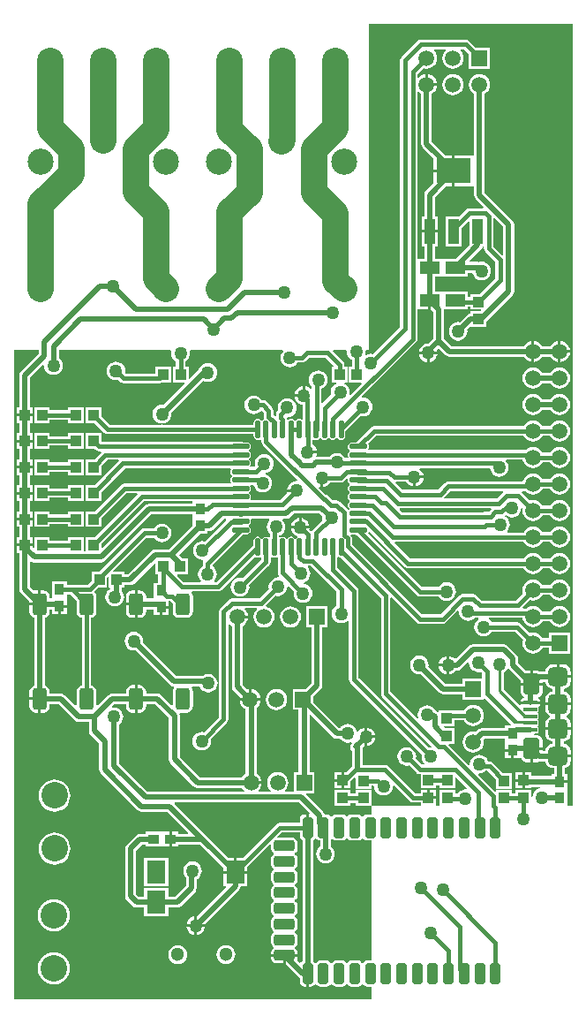
<source format=gtl>
%FSLAX25Y25*%
%MOIN*%
G70*
G01*
G75*
G04 Layer_Physical_Order=1*
G04 Layer_Color=255*
%ADD10O,0.06890X0.02165*%
%ADD11O,0.02165X0.06890*%
G04:AMPARAMS|DCode=12|XSize=78.74mil|YSize=39.37mil|CornerRadius=7.87mil|HoleSize=0mil|Usage=FLASHONLY|Rotation=270.000|XOffset=0mil|YOffset=0mil|HoleType=Round|Shape=RoundedRectangle|*
%AMROUNDEDRECTD12*
21,1,0.07874,0.02362,0,0,270.0*
21,1,0.06299,0.03937,0,0,270.0*
1,1,0.01575,-0.01181,-0.03150*
1,1,0.01575,-0.01181,0.03150*
1,1,0.01575,0.01181,0.03150*
1,1,0.01575,0.01181,-0.03150*
%
%ADD12ROUNDEDRECTD12*%
G04:AMPARAMS|DCode=13|XSize=39.37mil|YSize=78.74mil|CornerRadius=7.87mil|HoleSize=0mil|Usage=FLASHONLY|Rotation=270.000|XOffset=0mil|YOffset=0mil|HoleType=Round|Shape=RoundedRectangle|*
%AMROUNDEDRECTD13*
21,1,0.03937,0.06299,0,0,270.0*
21,1,0.02362,0.07874,0,0,270.0*
1,1,0.01575,-0.03150,-0.01181*
1,1,0.01575,-0.03150,0.01181*
1,1,0.01575,0.03150,0.01181*
1,1,0.01575,0.03150,-0.01181*
%
%ADD13ROUNDEDRECTD13*%
%ADD14R,0.03937X0.09449*%
%ADD15R,0.12992X0.09449*%
G04:AMPARAMS|DCode=16|XSize=83mil|YSize=55mil|CornerRadius=13.75mil|HoleSize=0mil|Usage=FLASHONLY|Rotation=90.000|XOffset=0mil|YOffset=0mil|HoleType=Round|Shape=RoundedRectangle|*
%AMROUNDEDRECTD16*
21,1,0.08300,0.02750,0,0,90.0*
21,1,0.05550,0.05500,0,0,90.0*
1,1,0.02750,0.01375,0.02775*
1,1,0.02750,0.01375,-0.02775*
1,1,0.02750,-0.01375,-0.02775*
1,1,0.02750,-0.01375,0.02775*
%
%ADD16ROUNDEDRECTD16*%
%ADD17R,0.03937X0.03937*%
%ADD18R,0.03937X0.03937*%
G04:AMPARAMS|DCode=19|XSize=74.8mil|YSize=74.8mil|CornerRadius=18.7mil|HoleSize=0mil|Usage=FLASHONLY|Rotation=90.000|XOffset=0mil|YOffset=0mil|HoleType=Round|Shape=RoundedRectangle|*
%AMROUNDEDRECTD19*
21,1,0.07480,0.03740,0,0,90.0*
21,1,0.03740,0.07480,0,0,90.0*
1,1,0.03740,0.01870,0.01870*
1,1,0.03740,0.01870,-0.01870*
1,1,0.03740,-0.01870,-0.01870*
1,1,0.03740,-0.01870,0.01870*
%
%ADD19ROUNDEDRECTD19*%
G04:AMPARAMS|DCode=20|XSize=15.75mil|YSize=53.15mil|CornerRadius=3.94mil|HoleSize=0mil|Usage=FLASHONLY|Rotation=90.000|XOffset=0mil|YOffset=0mil|HoleType=Round|Shape=RoundedRectangle|*
%AMROUNDEDRECTD20*
21,1,0.01575,0.04528,0,0,90.0*
21,1,0.00787,0.05315,0,0,90.0*
1,1,0.00787,0.02264,0.00394*
1,1,0.00787,0.02264,-0.00394*
1,1,0.00787,-0.02264,-0.00394*
1,1,0.00787,-0.02264,0.00394*
%
%ADD20ROUNDEDRECTD20*%
G04:AMPARAMS|DCode=21|XSize=70.87mil|YSize=74.8mil|CornerRadius=17.72mil|HoleSize=0mil|Usage=FLASHONLY|Rotation=90.000|XOffset=0mil|YOffset=0mil|HoleType=Round|Shape=RoundedRectangle|*
%AMROUNDEDRECTD21*
21,1,0.07087,0.03937,0,0,90.0*
21,1,0.03543,0.07480,0,0,90.0*
1,1,0.03543,0.01969,0.01772*
1,1,0.03543,0.01969,-0.01772*
1,1,0.03543,-0.01969,-0.01772*
1,1,0.03543,-0.01969,0.01772*
%
%ADD21ROUNDEDRECTD21*%
G04:AMPARAMS|DCode=22|XSize=82.68mil|YSize=62.99mil|CornerRadius=15.75mil|HoleSize=0mil|Usage=FLASHONLY|Rotation=90.000|XOffset=0mil|YOffset=0mil|HoleType=Round|Shape=RoundedRectangle|*
%AMROUNDEDRECTD22*
21,1,0.08268,0.03150,0,0,90.0*
21,1,0.05118,0.06299,0,0,90.0*
1,1,0.03150,0.01575,0.02559*
1,1,0.03150,0.01575,-0.02559*
1,1,0.03150,-0.01575,-0.02559*
1,1,0.03150,-0.01575,0.02559*
%
%ADD22ROUNDEDRECTD22*%
%ADD23R,0.07087X0.08661*%
%ADD24R,0.03740X0.03937*%
%ADD25R,0.07677X0.04724*%
%ADD26R,0.03937X0.03740*%
%ADD27C,0.02000*%
%ADD28C,0.01500*%
%ADD29C,0.01000*%
%ADD30C,0.10000*%
%ADD31C,0.09843*%
%ADD32C,0.10000*%
%ADD33R,0.05906X0.05906*%
%ADD34C,0.05906*%
%ADD35R,0.05906X0.05906*%
%ADD36C,0.05118*%
%ADD37C,0.05000*%
G36*
X302445Y319067D02*
X285996D01*
X285996Y319067D01*
X285216Y318912D01*
X284554Y318470D01*
X284554Y318470D01*
X268391Y302307D01*
X267929Y302498D01*
Y303910D01*
X283987Y319968D01*
X302445D01*
Y319067D01*
D02*
G37*
G36*
X415285Y316947D02*
X414343Y316005D01*
X412242D01*
X412242Y316005D01*
X412004Y315957D01*
X381546D01*
X380557Y316947D01*
X380748Y317409D01*
X415093D01*
X415285Y316947D01*
D02*
G37*
G36*
X351466Y314351D02*
X351391Y313779D01*
X351508Y312890D01*
X347852Y309234D01*
X347584Y308832D01*
X347087Y308783D01*
X346523Y309347D01*
X346575Y309736D01*
X339646D01*
X339700Y309323D01*
X340053Y308471D01*
X340614Y307740D01*
X341345Y307179D01*
X341999Y306908D01*
X342048Y306411D01*
X341674Y306161D01*
X341490Y305886D01*
X340990D01*
X340806Y306161D01*
X340283Y306511D01*
X339665Y306633D01*
X339048Y306511D01*
X338524Y306161D01*
X338341Y305886D01*
X337841D01*
X337657Y306161D01*
X337133Y306511D01*
X336516Y306633D01*
X335898Y306511D01*
X335591Y306306D01*
X335150Y306541D01*
Y307050D01*
X335747Y307297D01*
X336478Y307858D01*
X337039Y308589D01*
X337392Y309441D01*
X337512Y310354D01*
X337392Y311268D01*
X337039Y312119D01*
X336478Y312851D01*
X336636Y313315D01*
X337825D01*
X338605Y313470D01*
X339266Y313912D01*
X339266Y313912D01*
X339266Y313912D01*
X340835Y315480D01*
X350336D01*
X351466Y314351D01*
D02*
G37*
G36*
X419889Y323433D02*
X419889Y323433D01*
X417434Y320977D01*
X397570D01*
X397378Y321439D01*
X399844Y323905D01*
X419574D01*
X419889Y323433D01*
D02*
G37*
G36*
X360748Y376624D02*
X360741Y376575D01*
X360862Y375661D01*
X361214Y374810D01*
X361775Y374079D01*
X362507Y373518D01*
X362684Y373444D01*
Y370783D01*
X361500D01*
Y364846D01*
X366060D01*
X366251Y364385D01*
X362152Y360286D01*
X361704Y360507D01*
X361798Y361221D01*
X361678Y362134D01*
X361325Y362986D01*
X360764Y363717D01*
X360033Y364278D01*
X359844Y364356D01*
X359941Y364846D01*
X360941D01*
Y370783D01*
X359757D01*
Y371555D01*
X359757Y371555D01*
X359621Y372238D01*
X359234Y372817D01*
X359234Y372817D01*
X355513Y376538D01*
X355704Y377000D01*
X360418D01*
X360748Y376624D01*
D02*
G37*
G36*
X336632Y376552D02*
X336116Y375879D01*
X335763Y375028D01*
X335643Y374114D01*
X335763Y373200D01*
X336116Y372349D01*
X336677Y371618D01*
X337408Y371057D01*
X338260Y370704D01*
X339173Y370584D01*
X340087Y370704D01*
X340938Y371057D01*
X341670Y371618D01*
X342216Y372330D01*
X343799D01*
X344482Y372466D01*
X345061Y372852D01*
X346408Y374200D01*
X352804D01*
X355759Y371245D01*
X355568Y370783D01*
X355004D01*
Y364846D01*
X356594D01*
X356692Y364356D01*
X356503Y364278D01*
X355771Y363717D01*
X355210Y362986D01*
X354858Y362134D01*
X354737Y361221D01*
X354855Y360331D01*
X351510Y356986D01*
X351048Y357177D01*
Y362533D01*
X351667Y362789D01*
X352398Y363350D01*
X352959Y364081D01*
X353311Y364933D01*
X353432Y365846D01*
X353311Y366760D01*
X352959Y367612D01*
X352398Y368343D01*
X351667Y368904D01*
X350815Y369256D01*
X349902Y369377D01*
X348988Y369256D01*
X348136Y368904D01*
X347405Y368343D01*
X346844Y367612D01*
X346492Y366760D01*
X346371Y365846D01*
X346492Y364933D01*
X346844Y364081D01*
X347405Y363350D01*
X347480Y363293D01*
Y362609D01*
X347006Y362449D01*
X347001Y362455D01*
X346270Y363016D01*
X345419Y363368D01*
X345005Y363423D01*
Y359959D01*
X344505D01*
Y359458D01*
X341041D01*
X341095Y359045D01*
X341448Y358193D01*
X342009Y357462D01*
X342740Y356901D01*
X343591Y356549D01*
X344062Y356487D01*
Y351109D01*
X343621Y350873D01*
X343432Y350999D01*
X342815Y351122D01*
X342197Y350999D01*
X341674Y350649D01*
X341490Y350374D01*
X340990D01*
X340806Y350649D01*
X340283Y350999D01*
X339665Y351122D01*
X339048Y350999D01*
X338900Y350900D01*
X338151Y350900D01*
X338150Y350900D01*
X338048Y351413D01*
X338339Y351820D01*
X339119Y351922D01*
X339971Y352275D01*
X340702Y352836D01*
X341263Y353567D01*
X341615Y354419D01*
X341736Y355332D01*
X341615Y356246D01*
X341263Y357097D01*
X340702Y357828D01*
X339971Y358389D01*
X339119Y358742D01*
X338206Y358862D01*
X337292Y358742D01*
X336440Y358389D01*
X335709Y357828D01*
X335148Y357097D01*
X334796Y356246D01*
X334675Y355332D01*
X334792Y354443D01*
X334565Y354215D01*
X334178Y353636D01*
X334043Y352954D01*
X334043Y352954D01*
X334043D01*
X334043Y352954D01*
X334043D01*
Y352157D01*
X333580Y351966D01*
X332967Y352580D01*
Y354250D01*
X332831Y354933D01*
X332444Y355512D01*
X332444Y355512D01*
X330297Y357659D01*
X329718Y358046D01*
X329035Y358182D01*
X328633D01*
X328087Y358894D01*
X327356Y359455D01*
X326504Y359807D01*
X325590Y359928D01*
X324677Y359807D01*
X323826Y359455D01*
X323094Y358894D01*
X322533Y358163D01*
X322181Y357311D01*
X322060Y356398D01*
X322181Y355484D01*
X322533Y354632D01*
X323094Y353901D01*
X323826Y353340D01*
X324677Y352988D01*
X325590Y352867D01*
X326504Y352988D01*
X327356Y353340D01*
X328087Y353901D01*
X328256Y354122D01*
X328755Y354155D01*
X329398Y353511D01*
Y351841D01*
X329534Y351158D01*
Y351158D01*
X329599Y350999D01*
X329599Y350999D01*
D01*
X329076Y350649D01*
X328892Y350374D01*
X328392D01*
X328208Y350649D01*
X327684Y350999D01*
X327067Y351122D01*
X326449Y350999D01*
X325926Y350649D01*
X325576Y350125D01*
X325453Y349508D01*
Y348930D01*
X291026D01*
X290993Y349429D01*
X291859Y349543D01*
X292710Y349896D01*
X293441Y350457D01*
X294002Y351188D01*
X294355Y352039D01*
X294475Y352953D01*
X294400Y353524D01*
X306416Y365540D01*
X307256Y365193D01*
X308169Y365072D01*
X309083Y365193D01*
X309934Y365545D01*
X310665Y366106D01*
X311227Y366837D01*
X311579Y367689D01*
X311700Y368602D01*
X311579Y369516D01*
X311227Y370368D01*
X310665Y371099D01*
X309934Y371660D01*
X309083Y372012D01*
X308169Y372133D01*
X307256Y372012D01*
X306404Y371660D01*
X305673Y371099D01*
X305112Y370368D01*
X304855Y369747D01*
X301363Y366255D01*
X300902Y366447D01*
Y370783D01*
X299717D01*
Y372843D01*
X300429Y373390D01*
X300990Y374121D01*
X301343Y374972D01*
X301463Y375886D01*
X301366Y376624D01*
X301696Y377000D01*
X336411D01*
X336632Y376552D01*
D02*
G37*
G36*
X351780Y325374D02*
X352193Y325429D01*
X353045Y325781D01*
X353776Y326342D01*
X354322Y327054D01*
X358368D01*
X359051Y327190D01*
X359630Y327577D01*
X360717Y328664D01*
X361158Y328429D01*
X361083Y328051D01*
X361206Y327434D01*
X361556Y326910D01*
X361831Y326726D01*
Y326226D01*
X361556Y326043D01*
X361206Y325519D01*
X361083Y324902D01*
X361206Y324284D01*
X361556Y323761D01*
X361831Y323577D01*
Y323077D01*
X361556Y322893D01*
X361206Y322370D01*
X361083Y321752D01*
X361206Y321134D01*
X361556Y320611D01*
X361831Y320427D01*
Y319927D01*
X361556Y319743D01*
X361206Y319220D01*
X361083Y318602D01*
X361206Y317985D01*
X361556Y317461D01*
X361831Y317278D01*
Y316981D01*
X361444Y316664D01*
X361120Y316728D01*
X360933Y317009D01*
X358076Y319866D01*
X357497Y320253D01*
X356814Y320389D01*
X355432D01*
X353789Y322031D01*
X353210Y322418D01*
X352664Y322527D01*
X350221Y324970D01*
X350442Y325419D01*
X350780Y325374D01*
Y328839D01*
X351780D01*
Y325374D01*
D02*
G37*
G36*
X357945Y298804D02*
X358520Y298690D01*
X373609Y283601D01*
Y247507D01*
X373609Y247507D01*
X373609D01*
X373745Y246824D01*
X374132Y246245D01*
X392769Y227609D01*
X392549Y227164D01*
X391660Y227047D01*
X365097Y253609D01*
Y286205D01*
X364962Y286888D01*
X364575Y287467D01*
X357198Y294844D01*
Y298774D01*
X357639Y299009D01*
X357945Y298804D01*
D02*
G37*
G36*
X355535Y231050D02*
X355535Y231050D01*
X355535Y231050D01*
Y231050D01*
X355535Y231050D01*
Y231050D01*
X356196Y230608D01*
X356977Y230452D01*
X358194D01*
X358545Y229995D01*
X359276Y229434D01*
X360128Y229082D01*
X361041Y228961D01*
X361955Y229082D01*
X362402Y229267D01*
X362680Y228851D01*
X362587Y228758D01*
X362145Y228096D01*
X361989Y227316D01*
X362145Y226536D01*
X362587Y225874D01*
X362725Y225782D01*
Y220005D01*
X360354Y217634D01*
X359653D01*
Y214665D01*
Y211697D01*
X362122D01*
Y214355D01*
X363499Y215732D01*
X363961Y215541D01*
Y211598D01*
X369898D01*
Y212783D01*
X370828D01*
X371076Y212500D01*
X371196Y211586D01*
X371549Y210735D01*
X372110Y210004D01*
X372841Y209443D01*
X373693Y209090D01*
X374606Y208970D01*
X375520Y209090D01*
X376371Y209443D01*
X377102Y210004D01*
X377663Y210735D01*
X378016Y211586D01*
X378136Y212500D01*
X378581Y212719D01*
X384393Y206908D01*
X384393Y206908D01*
X384972Y206521D01*
X385654Y206385D01*
X388567D01*
Y205201D01*
D01*
Y205201D01*
X388366Y205000D01*
X370000D01*
Y201921D01*
X368406D01*
X367708Y201782D01*
X367117Y201387D01*
X366884Y201038D01*
X366384D01*
X366151Y201387D01*
X365560Y201782D01*
X364862Y201921D01*
X362500D01*
X361803Y201782D01*
X361211Y201387D01*
X360978Y201038D01*
X360478D01*
X360245Y201387D01*
X359654Y201782D01*
X358957Y201921D01*
X356594D01*
X355897Y201782D01*
X355306Y201387D01*
X355073Y201038D01*
X354573D01*
X354340Y201387D01*
X353749Y201782D01*
X353051Y201921D01*
X352381D01*
X352317Y202240D01*
X352140Y202505D01*
X351875Y202902D01*
X351875Y202902D01*
X345314Y209463D01*
X345505Y209925D01*
X348539D01*
Y217831D01*
X346626D01*
Y239306D01*
X347088Y239497D01*
X355535Y231050D01*
D02*
G37*
G36*
X361211Y192511D02*
X361803Y192115D01*
X362500Y191977D01*
X364862D01*
X365560Y192115D01*
X366151Y192511D01*
X366384Y192859D01*
X366884D01*
X367117Y192511D01*
X367708Y192115D01*
X368406Y191977D01*
X370000D01*
Y146803D01*
X368406D01*
X367708Y146664D01*
X367117Y146269D01*
X366884Y145920D01*
X366384D01*
X366151Y146269D01*
X365560Y146664D01*
X364862Y146803D01*
X362500D01*
X361803Y146664D01*
X361211Y146269D01*
X360978Y145920D01*
X360478D01*
X360245Y146269D01*
X359654Y146664D01*
X358957Y146803D01*
X356594D01*
X355897Y146664D01*
X355306Y146269D01*
X355073Y145920D01*
X354573D01*
X354340Y146269D01*
X353749Y146664D01*
X353051Y146803D01*
X350689D01*
X349992Y146664D01*
X349400Y146269D01*
X349167Y145920D01*
X348667D01*
X348434Y146269D01*
X348004Y146557D01*
Y192223D01*
X348434Y192511D01*
X348667Y192859D01*
X349167D01*
X349400Y192511D01*
X349991Y192115D01*
X350618Y191991D01*
Y189756D01*
X350161Y189406D01*
X349600Y188674D01*
X349248Y187823D01*
X349127Y186909D01*
X349248Y185996D01*
X349600Y185144D01*
X350161Y184413D01*
X350892Y183852D01*
X351744Y183500D01*
X352658Y183379D01*
X353571Y183500D01*
X354423Y183852D01*
X355154Y184413D01*
X355715Y185144D01*
X356067Y185996D01*
X356188Y186909D01*
X356067Y187823D01*
X355715Y188674D01*
X355154Y189406D01*
X354697Y189756D01*
Y192561D01*
X355175Y192706D01*
X355306Y192511D01*
X355897Y192115D01*
X356594Y191977D01*
X358957D01*
X359654Y192115D01*
X360245Y192511D01*
X360478Y192859D01*
X360978D01*
X361211Y192511D01*
D02*
G37*
G36*
X326449Y298804D02*
X327067Y298682D01*
X327684Y298804D01*
X327991Y299009D01*
X328432Y298774D01*
Y298180D01*
X321264Y291012D01*
X320374Y291129D01*
X319460Y291008D01*
X318609Y290656D01*
X317878Y290095D01*
X317317Y289364D01*
X316964Y288512D01*
X316844Y287598D01*
X316964Y286685D01*
X317317Y285833D01*
X317878Y285102D01*
X318609Y284541D01*
X319460Y284189D01*
X320374Y284068D01*
X321288Y284189D01*
X322139Y284541D01*
X322870Y285102D01*
X323431Y285833D01*
X323784Y286685D01*
X323904Y287598D01*
X323787Y288488D01*
X330770Y295472D01*
X330899Y295497D01*
X331478Y295884D01*
X331865Y296463D01*
X332001Y297146D01*
Y298774D01*
X332442Y299009D01*
X332749Y298804D01*
X333366Y298682D01*
X333984Y298804D01*
X334141Y298909D01*
X334582Y298674D01*
Y293038D01*
X334718Y292356D01*
X335104Y291777D01*
X335129Y291752D01*
X334908Y291304D01*
X334744Y291325D01*
X333830Y291205D01*
X332979Y290852D01*
X332248Y290292D01*
X331687Y289560D01*
X331334Y288709D01*
X331214Y287795D01*
X331331Y286906D01*
X327790Y283365D01*
X317254D01*
X316572Y283229D01*
X315993Y282842D01*
X315993Y282842D01*
X312945Y279795D01*
X312558Y279216D01*
X312422Y278533D01*
X312422Y278533D01*
X312422D01*
X312422Y278533D01*
X312422D01*
Y238568D01*
X306795Y232941D01*
X305906Y233058D01*
X304992Y232938D01*
X304140Y232585D01*
X303409Y232024D01*
X302848Y231293D01*
X302496Y230441D01*
X302375Y229528D01*
X302496Y228614D01*
X302848Y227763D01*
X303409Y227031D01*
X304140Y226470D01*
X304992Y226118D01*
X305906Y225997D01*
X306819Y226118D01*
X307671Y226470D01*
X308402Y227031D01*
X308963Y227763D01*
X309315Y228614D01*
X309436Y229528D01*
X309319Y230417D01*
X315468Y236567D01*
X315468Y236567D01*
X315855Y237146D01*
X315855Y237146D01*
X315855Y237146D01*
X315991Y237829D01*
X315991Y237829D01*
Y273562D01*
X316464Y273723D01*
X316590Y273559D01*
X317370Y272960D01*
Y250059D01*
X317370Y250059D01*
X317370D01*
X317526Y249279D01*
X317968Y248617D01*
X320334Y246250D01*
X320272Y245776D01*
X323693D01*
Y249197D01*
X323218Y249134D01*
X321449Y250904D01*
Y272960D01*
X322229Y273559D01*
X322862Y274384D01*
X323260Y275346D01*
X323330Y275878D01*
X319409D01*
Y276878D01*
X323330D01*
X323260Y277410D01*
X322862Y278371D01*
X322229Y279197D01*
X322065Y279323D01*
X322225Y279796D01*
X326594D01*
X326754Y279323D01*
X326590Y279197D01*
X325957Y278371D01*
X325558Y277410D01*
X325423Y276378D01*
X325558Y275346D01*
X325957Y274384D01*
X326590Y273559D01*
X327416Y272925D01*
X328378Y272527D01*
X329410Y272391D01*
X330441Y272527D01*
X331403Y272925D01*
X332229Y273559D01*
X332862Y274384D01*
X333260Y275346D01*
X333396Y276378D01*
X333260Y277410D01*
X332862Y278371D01*
X332229Y279197D01*
X331403Y279831D01*
X330441Y280229D01*
X330348Y280241D01*
X330187Y280715D01*
X333854Y284382D01*
X334744Y284265D01*
X335658Y284385D01*
X336509Y284738D01*
X337240Y285299D01*
X337801Y286030D01*
X338154Y286882D01*
X338274Y287795D01*
X338253Y287959D01*
X338701Y288180D01*
X340746Y286135D01*
X340629Y285245D01*
X340750Y284331D01*
X341102Y283480D01*
X341663Y282749D01*
X342394Y282188D01*
X343246Y281835D01*
X344160Y281715D01*
X345073Y281835D01*
X345924Y282188D01*
X346656Y282749D01*
X347217Y283480D01*
X347569Y284331D01*
X347690Y285245D01*
X347569Y286159D01*
X347217Y287010D01*
X346656Y287741D01*
X345924Y288302D01*
X345073Y288655D01*
X344230Y288766D01*
Y289266D01*
X344345Y289281D01*
X345196Y289634D01*
X345927Y290195D01*
X346488Y290926D01*
X346841Y291777D01*
X346961Y292691D01*
X346841Y293605D01*
X346488Y294456D01*
X345927Y295187D01*
X346087Y295657D01*
X347096D01*
X356779Y285974D01*
Y280602D01*
X356067Y280055D01*
X355506Y279324D01*
X355153Y278473D01*
X355033Y277559D01*
X355153Y276645D01*
X355506Y275794D01*
X356067Y275063D01*
X356798Y274502D01*
X357649Y274149D01*
X358563Y274029D01*
X359477Y274149D01*
X360328Y274502D01*
X361059Y275063D01*
X361529Y274903D01*
Y252870D01*
X361529Y252870D01*
X361529D01*
X361665Y252187D01*
X362051Y251608D01*
X389136Y224524D01*
X389019Y223634D01*
X389139Y222720D01*
X389492Y221869D01*
X390053Y221138D01*
X389894Y220668D01*
X388971D01*
X386798Y222842D01*
X386915Y223731D01*
X386795Y224645D01*
X386442Y225497D01*
X385881Y226228D01*
X385150Y226789D01*
X384298Y227141D01*
X383385Y227262D01*
X382471Y227141D01*
X381620Y226789D01*
X380889Y226228D01*
X380328Y225497D01*
X379975Y224645D01*
X379855Y223731D01*
X379975Y222818D01*
X380328Y221966D01*
X380889Y221235D01*
X381620Y220674D01*
X382471Y220321D01*
X383385Y220201D01*
X384275Y220318D01*
X386971Y217622D01*
X386971Y217622D01*
X387550Y217235D01*
X388232Y217100D01*
X388567D01*
Y211697D01*
X394504D01*
Y212881D01*
X395752D01*
Y211697D01*
X401689D01*
Y215639D01*
X402151Y215830D01*
X406189Y211793D01*
X405968Y211344D01*
X405512Y211404D01*
X404598Y211284D01*
X403747Y210931D01*
X403016Y210370D01*
X402469Y209658D01*
X401689D01*
Y211138D01*
X395752D01*
Y205201D01*
D01*
Y205201D01*
X395551Y205000D01*
X394504D01*
Y205201D01*
X394504D01*
Y207669D01*
X391535D01*
Y208169D01*
X391035D01*
Y211138D01*
X388567D01*
Y209954D01*
X386394D01*
X376300Y220047D01*
X375721Y220434D01*
X375038Y220570D01*
X366803D01*
Y227206D01*
X367342Y227746D01*
X367413Y227736D01*
Y231201D01*
Y234665D01*
X367000Y234611D01*
X366148Y234258D01*
X365417Y233697D01*
X364957Y233098D01*
X364475Y233227D01*
X364451Y233405D01*
X364099Y234257D01*
X363538Y234988D01*
X362806Y235549D01*
X361955Y235902D01*
X361041Y236022D01*
X360128Y235902D01*
X359276Y235549D01*
X358545Y234988D01*
X358263Y234621D01*
X357764Y234588D01*
X348146Y244207D01*
Y246344D01*
X350851Y249050D01*
X351293Y249712D01*
X351449Y250492D01*
X351449Y250492D01*
X351449Y250492D01*
Y250492D01*
Y272425D01*
X353362D01*
Y280331D01*
X345457D01*
Y272425D01*
X347370D01*
Y251337D01*
X345262Y249228D01*
X340240D01*
Y241323D01*
X342547D01*
Y217831D01*
X340634D01*
Y210464D01*
X337409D01*
X337248Y210938D01*
X337406Y211059D01*
X338039Y211884D01*
X338438Y212846D01*
X338574Y213878D01*
X338438Y214910D01*
X338039Y215871D01*
X337406Y216697D01*
X336580Y217331D01*
X335618Y217729D01*
X334587Y217865D01*
X333555Y217729D01*
X332593Y217331D01*
X331768Y216697D01*
X331134Y215871D01*
X330736Y214910D01*
X330600Y213878D01*
X330736Y212846D01*
X331134Y211884D01*
X331768Y211059D01*
X331925Y210938D01*
X331764Y210464D01*
X327409D01*
X327248Y210938D01*
X327406Y211059D01*
X328039Y211884D01*
X328438Y212846D01*
X328508Y213378D01*
X324587D01*
Y214378D01*
X328508D01*
X328438Y214910D01*
X328039Y215871D01*
X327406Y216697D01*
X326626Y217296D01*
Y242160D01*
X327012Y242457D01*
X327646Y243282D01*
X328044Y244244D01*
X328114Y244776D01*
X320272D01*
X320342Y244244D01*
X320740Y243282D01*
X321374Y242457D01*
X322200Y241823D01*
X322547Y241679D01*
Y217296D01*
X321767Y216697D01*
X321169Y215917D01*
X305175D01*
X297610Y223482D01*
Y239074D01*
X297455Y239854D01*
X298086Y240276D01*
X300177D01*
X301104Y240460D01*
X301890Y240985D01*
X302415Y241771D01*
X302599Y242697D01*
Y248247D01*
X302415Y249174D01*
X302102Y249642D01*
X302337Y250083D01*
X305114D01*
X305309Y249613D01*
X305870Y248882D01*
X306601Y248321D01*
X307453Y247968D01*
X308366Y247848D01*
X309280Y247968D01*
X310131Y248321D01*
X310862Y248882D01*
X311423Y249613D01*
X311776Y250464D01*
X311896Y251378D01*
X311776Y252292D01*
X311423Y253143D01*
X310862Y253874D01*
X310131Y254435D01*
X309280Y254788D01*
X308366Y254908D01*
X307453Y254788D01*
X306601Y254435D01*
X306244Y254162D01*
X296262D01*
X283770Y266653D01*
X283845Y267224D01*
X283725Y268138D01*
X283372Y268989D01*
X282811Y269721D01*
X282080Y270282D01*
X281229Y270634D01*
X280315Y270755D01*
X279401Y270634D01*
X278550Y270282D01*
X277819Y269721D01*
X277258Y268989D01*
X276905Y268138D01*
X276785Y267224D01*
X276905Y266311D01*
X277258Y265459D01*
X277819Y264728D01*
X278550Y264167D01*
X279401Y263814D01*
X280315Y263694D01*
X280886Y263769D01*
X293975Y250680D01*
X293975D01*
X293975Y250680D01*
X293975D01*
X293975Y250680D01*
Y250680D01*
X293975Y250680D01*
Y250680D01*
X294637Y250238D01*
X295312Y250104D01*
X295417Y249850D01*
X295417Y249514D01*
X295190Y249174D01*
X295006Y248247D01*
Y243176D01*
X294544Y242985D01*
X290614Y246914D01*
X289953Y247356D01*
X289172Y247512D01*
X284899D01*
Y248247D01*
X284715Y249174D01*
X284190Y249960D01*
X283404Y250485D01*
X282477Y250669D01*
X281602D01*
Y245472D01*
Y240276D01*
X282477D01*
X283404Y240460D01*
X284190Y240985D01*
X284715Y241771D01*
X284899Y242697D01*
Y243433D01*
X288328D01*
X293532Y238229D01*
Y222638D01*
X293532Y222638D01*
X293532D01*
X293687Y221857D01*
X294129Y221196D01*
X302889Y212436D01*
X303550Y211994D01*
X304331Y211839D01*
X321169D01*
X321767Y211059D01*
X321925Y210938D01*
X321764Y210464D01*
X285431D01*
X274775Y221120D01*
Y235834D01*
X275233Y236185D01*
X275794Y236916D01*
X276146Y237767D01*
X276266Y238681D01*
X276146Y239595D01*
X275794Y240446D01*
X275233Y241177D01*
X274501Y241738D01*
X273650Y242091D01*
X272736Y242211D01*
X272242Y242146D01*
X272021Y242595D01*
X272860Y243433D01*
X277306D01*
Y242697D01*
X277490Y241771D01*
X278015Y240985D01*
X278801Y240460D01*
X279727Y240276D01*
X280602D01*
Y245472D01*
Y250669D01*
X279727D01*
X278801Y250485D01*
X278015Y249960D01*
X277490Y249174D01*
X277306Y248247D01*
Y247512D01*
X272015D01*
X271235Y247356D01*
X270573Y246914D01*
X266644Y242985D01*
X266182Y243176D01*
Y248247D01*
X265997Y249174D01*
X265472Y249960D01*
X264687Y250485D01*
X264169Y250588D01*
Y276157D01*
X264687Y276260D01*
X265472Y276785D01*
X265997Y277571D01*
X266182Y278497D01*
Y284047D01*
X265997Y284974D01*
X265472Y285760D01*
X265444Y286050D01*
X266779Y287386D01*
X270193D01*
Y291110D01*
X270609Y291388D01*
X270752Y291328D01*
Y287386D01*
X271072D01*
X271238Y286985D01*
X271262Y286912D01*
X270535Y286354D01*
X269974Y285623D01*
X269622Y284772D01*
X269501Y283858D01*
X269622Y282945D01*
X269974Y282093D01*
X270535Y281362D01*
X271266Y280801D01*
X272118Y280448D01*
X273031Y280328D01*
X273945Y280448D01*
X274797Y280801D01*
X275528Y281362D01*
X276089Y282093D01*
X276441Y282945D01*
X276562Y283858D01*
X276441Y284772D01*
X276089Y285623D01*
X275760Y286052D01*
Y287386D01*
X276689D01*
Y288315D01*
X278846D01*
X279627Y288470D01*
X280288Y288912D01*
X280288Y288912D01*
X280288Y288912D01*
X287908Y296532D01*
X288370Y296341D01*
Y292406D01*
X289554D01*
Y289287D01*
X287779D01*
Y283350D01*
D01*
Y283350D01*
X287741Y283312D01*
X284899D01*
Y284047D01*
X284715Y284974D01*
X284190Y285760D01*
X283404Y286285D01*
X282477Y286469D01*
X281602D01*
Y281272D01*
Y276076D01*
X282477D01*
X283404Y276260D01*
X284190Y276785D01*
X284715Y277571D01*
X284899Y278497D01*
Y279233D01*
X287779D01*
Y277051D01*
X290150D01*
Y280020D01*
X290650D01*
Y280520D01*
X293520D01*
Y282454D01*
X294031D01*
X295006Y281479D01*
Y278497D01*
X295190Y277571D01*
X295715Y276785D01*
X296501Y276260D01*
X297427Y276076D01*
X300177D01*
X301104Y276260D01*
X301890Y276785D01*
X302415Y277571D01*
X302599Y278497D01*
Y284047D01*
X302415Y284974D01*
X302033Y285544D01*
X302269Y285985D01*
X312179D01*
X312862Y286121D01*
X313441Y286508D01*
X326023Y299090D01*
X326449Y298804D01*
D02*
G37*
G36*
X315153Y312952D02*
X307090Y304889D01*
X306201Y305007D01*
X305287Y304886D01*
X304436Y304534D01*
X303705Y303973D01*
X303144Y303241D01*
X302791Y302390D01*
X302671Y301476D01*
X302791Y300563D01*
X303144Y299711D01*
X303705Y298980D01*
X304436Y298419D01*
X305287Y298066D01*
X306201Y297946D01*
X306308Y297960D01*
X306572Y297536D01*
X306422Y297312D01*
X306287Y296629D01*
Y295562D01*
X305575Y295016D01*
X305014Y294285D01*
X304661Y293433D01*
X304541Y292520D01*
X304661Y291606D01*
X305014Y290755D01*
X305575Y290023D01*
X305415Y289554D01*
X299059D01*
X296669Y291944D01*
X296861Y292406D01*
X300803D01*
Y298342D01*
X298727D01*
X297270Y299799D01*
X305230Y307760D01*
X308185D01*
Y308689D01*
X308760D01*
X309540Y308844D01*
X310202Y309286D01*
X310202Y309286D01*
X310202Y309286D01*
X314329Y313414D01*
X314961D01*
X315153Y312952D01*
D02*
G37*
G36*
X331486Y312851D02*
X330925Y312119D01*
X330572Y311268D01*
X330452Y310354D01*
X330572Y309441D01*
X330925Y308589D01*
X331486Y307858D01*
X331582Y307785D01*
Y306541D01*
X331141Y306306D01*
X330834Y306511D01*
X330217Y306633D01*
X329599Y306511D01*
X329076Y306161D01*
X328892Y305886D01*
X328392D01*
X328208Y306161D01*
X327684Y306511D01*
X327067Y306633D01*
X326449Y306511D01*
X325926Y306161D01*
X325576Y305637D01*
X325453Y305020D01*
Y303567D01*
X311440Y289554D01*
X310726D01*
X310567Y290023D01*
X311128Y290755D01*
X311481Y291606D01*
X311601Y292520D01*
X311481Y293433D01*
X311128Y294285D01*
X310567Y295016D01*
X309971Y295474D01*
X309938Y295973D01*
X321505Y307540D01*
X322933D01*
X323551Y307663D01*
X324074Y308013D01*
X324424Y308536D01*
X324547Y309154D01*
X324424Y309771D01*
X324074Y310295D01*
X323799Y310478D01*
Y310978D01*
X324074Y311162D01*
X324424Y311686D01*
X324547Y312303D01*
X324424Y312921D01*
X324635Y313315D01*
X331328D01*
X331486Y312851D01*
D02*
G37*
G36*
X258589Y282546D02*
Y278497D01*
X258773Y277571D01*
X259298Y276785D01*
X260083Y276260D01*
X260601Y276157D01*
Y250588D01*
X260083Y250485D01*
X259298Y249960D01*
X258773Y249174D01*
X258589Y248247D01*
Y243176D01*
X258127Y242985D01*
X254197Y246914D01*
X253535Y247356D01*
X252755Y247512D01*
X248482D01*
Y248247D01*
X248297Y249174D01*
X247772Y249960D01*
X246987Y250485D01*
X246724Y250537D01*
Y276208D01*
X246987Y276260D01*
X247772Y276785D01*
X248297Y277571D01*
X248482Y278497D01*
Y279233D01*
X249295D01*
Y277445D01*
X251665D01*
Y280413D01*
X252165D01*
Y280913D01*
X255035D01*
Y283382D01*
D01*
Y283382D01*
X255035Y283382D01*
Y283744D01*
X255035D01*
Y284928D01*
X256206D01*
X258589Y282546D01*
D02*
G37*
G36*
X294500Y376624D02*
X294403Y375886D01*
X294523Y374972D01*
X294876Y374121D01*
X295437Y373390D01*
X296149Y372843D01*
Y370783D01*
X294965D01*
Y364846D01*
X299302D01*
X299493Y364385D01*
X291516Y356408D01*
X290945Y356483D01*
X290031Y356363D01*
X289180Y356010D01*
X288449Y355449D01*
X287888Y354718D01*
X287535Y353866D01*
X287415Y352953D01*
X287535Y352039D01*
X287888Y351188D01*
X288449Y350457D01*
X289180Y349896D01*
X290031Y349543D01*
X290897Y349429D01*
X290864Y348930D01*
X271132D01*
X267929Y352133D01*
Y355547D01*
X261992D01*
Y349610D01*
X265406D01*
X269131Y345884D01*
X269710Y345497D01*
X270393Y345361D01*
X270393Y345361D01*
X325453D01*
Y344783D01*
X325576Y344166D01*
X325926Y343642D01*
X326449Y343293D01*
X327067Y343170D01*
X327684Y343293D01*
X327991Y343498D01*
X328432Y343262D01*
Y342451D01*
X328432Y342451D01*
X328432D01*
X328568Y341768D01*
X328955Y341189D01*
X342060Y328084D01*
X341839Y327635D01*
X341651Y327660D01*
X340737Y327540D01*
X339885Y327187D01*
X339154Y326626D01*
X338593Y325895D01*
X338241Y325044D01*
X338186Y324630D01*
X341651D01*
Y323630D01*
X338186D01*
X338238Y323240D01*
X335533Y320536D01*
X324555D01*
X324319Y320977D01*
X324424Y321134D01*
X324547Y321752D01*
X324424Y322370D01*
X324074Y322893D01*
X323799Y323077D01*
Y323577D01*
X324074Y323761D01*
X324424Y324284D01*
X324547Y324902D01*
X324424Y325519D01*
X324219Y325826D01*
X324455Y326267D01*
X325504D01*
X325543Y325972D01*
X325896Y325121D01*
X326457Y324390D01*
X327188Y323829D01*
X328039Y323476D01*
X328953Y323356D01*
X329867Y323476D01*
X330718Y323829D01*
X331449Y324390D01*
X332010Y325121D01*
X332363Y325972D01*
X332483Y326886D01*
X332363Y327800D01*
X332010Y328651D01*
X331449Y329382D01*
X330718Y329943D01*
X329897Y330283D01*
X329962Y330779D01*
X330441Y330842D01*
X331293Y331195D01*
X332024Y331756D01*
X332585Y332487D01*
X332938Y333338D01*
X333058Y334252D01*
X332938Y335166D01*
X332585Y336017D01*
X332024Y336748D01*
X331293Y337309D01*
X330441Y337662D01*
X329528Y337782D01*
X328614Y337662D01*
X327763Y337309D01*
X327031Y336748D01*
X326470Y336017D01*
X326118Y335166D01*
X325997Y334252D01*
X326115Y333362D01*
X325737Y332985D01*
X324455D01*
X324219Y333426D01*
X324424Y333733D01*
X324547Y334350D01*
X324424Y334968D01*
X324074Y335491D01*
X323799Y335675D01*
Y336175D01*
X324074Y336359D01*
X324424Y336882D01*
X324547Y337500D01*
X324424Y338118D01*
X324074Y338641D01*
X323799Y338825D01*
Y339325D01*
X324074Y339509D01*
X324424Y340032D01*
X324547Y340650D01*
X324424Y341267D01*
X324074Y341791D01*
X323551Y342141D01*
X322933Y342263D01*
X321306D01*
X321254Y342298D01*
X320571Y342434D01*
X267929D01*
Y345724D01*
X261992D01*
Y339787D01*
X265406D01*
X265805Y339388D01*
X265805Y339388D01*
X266384Y339001D01*
X267066Y338865D01*
X267717D01*
X267908Y338403D01*
X265406Y335901D01*
X261992D01*
Y329964D01*
X267929D01*
Y333378D01*
X270267Y335716D01*
X274390D01*
X274581Y335254D01*
X265406Y326079D01*
X261992D01*
Y320142D01*
X267929D01*
Y323555D01*
X276940Y332566D01*
X316687D01*
X316923Y332125D01*
X316718Y331818D01*
X316595Y331201D01*
X316718Y330583D01*
X317068Y330060D01*
X317343Y329876D01*
Y329376D01*
X317068Y329192D01*
X316718Y328669D01*
X316595Y328051D01*
X316718Y327434D01*
X316923Y327127D01*
X316687Y326686D01*
X276575D01*
X276575Y326686D01*
X275892Y326550D01*
X275313Y326163D01*
X265406Y316256D01*
X261992D01*
Y310319D01*
X267929D01*
Y313733D01*
X277314Y323117D01*
X281437D01*
X281628Y322655D01*
X265406Y306433D01*
X261992D01*
Y301035D01*
X261433D01*
Y306433D01*
X255496D01*
Y305180D01*
X248539D01*
Y306433D01*
X242602D01*
Y302498D01*
X242459Y302438D01*
X242043Y302716D01*
Y302965D01*
X236106D01*
Y300496D01*
X237036D01*
Y286883D01*
X237036Y286883D01*
X237036D01*
X237191Y286102D01*
X237633Y285441D01*
X240889Y282185D01*
Y281772D01*
X244185D01*
Y286469D01*
X243310D01*
X242528Y286313D01*
X241114Y287727D01*
Y297031D01*
X241555Y297267D01*
X241787Y297112D01*
X242567Y296957D01*
X267965D01*
X268745Y297112D01*
X269407Y297554D01*
X286841Y314988D01*
X302445D01*
Y314059D01*
X302445Y314059D01*
X302445Y313697D01*
X302445D01*
Y310742D01*
X293584Y301882D01*
X288334D01*
X287554Y301727D01*
X286893Y301285D01*
X278002Y292393D01*
X276689D01*
Y293323D01*
X272747D01*
X272555Y293785D01*
X285057Y306287D01*
X287902D01*
X288449Y305575D01*
X289180Y305014D01*
X290031Y304661D01*
X290945Y304541D01*
X291859Y304661D01*
X292710Y305014D01*
X293441Y305575D01*
X294002Y306306D01*
X294355Y307157D01*
X294475Y308071D01*
X294355Y308984D01*
X294002Y309836D01*
X293441Y310567D01*
X292710Y311128D01*
X291859Y311481D01*
X290945Y311601D01*
X290031Y311481D01*
X289180Y311128D01*
X288449Y310567D01*
X287902Y309855D01*
X284318D01*
X283635Y309719D01*
X283056Y309332D01*
X267047Y293323D01*
X264256D01*
Y289909D01*
X262844Y288497D01*
X255035D01*
Y289681D01*
X249295D01*
Y283744D01*
X249295Y283744D01*
X249295Y283382D01*
D01*
X249295Y283312D01*
X248482D01*
Y284047D01*
X248297Y284974D01*
X247772Y285760D01*
X246987Y286285D01*
X246060Y286469D01*
X245185D01*
Y281272D01*
X244685D01*
Y280772D01*
X240889D01*
Y278497D01*
X241073Y277571D01*
X241598Y276785D01*
X242383Y276260D01*
X242646Y276208D01*
Y250537D01*
X242383Y250485D01*
X241598Y249960D01*
X241073Y249174D01*
X240889Y248247D01*
Y245972D01*
X244685D01*
Y245472D01*
X245185D01*
Y240276D01*
X246060D01*
X246987Y240460D01*
X247772Y240985D01*
X248297Y241771D01*
X248482Y242697D01*
Y243433D01*
X251910D01*
X257963Y237381D01*
X258625Y236939D01*
X259405Y236783D01*
X263326D01*
Y233355D01*
X263326Y233355D01*
X263326D01*
X263481Y232575D01*
X263923Y231913D01*
X267197Y228640D01*
Y218826D01*
X267197Y218826D01*
X267197D01*
X267352Y218045D01*
X267794Y217384D01*
X281695Y203483D01*
X282357Y203041D01*
X283137Y202886D01*
X292951D01*
X300816Y195021D01*
X300624Y194559D01*
X297063D01*
Y195390D01*
X294595D01*
Y192520D01*
Y189650D01*
X297063D01*
Y190480D01*
X305356D01*
X314059Y181778D01*
Y180618D01*
X318102D01*
Y185449D01*
X316156D01*
X307643Y193962D01*
X295680Y205924D01*
X295872Y206386D01*
X342623D01*
X346626Y202383D01*
X346465Y201992D01*
Y196949D01*
X345465D01*
Y201921D01*
X344783D01*
X344086Y201782D01*
X343495Y201387D01*
X343100Y200796D01*
X342961Y200098D01*
Y198733D01*
X335370D01*
X335370Y198733D01*
X334687Y198597D01*
X334398Y198404D01*
X334108Y198211D01*
X334108Y198211D01*
X321346Y185449D01*
X319102D01*
Y180618D01*
X323146D01*
Y182201D01*
X331672Y190728D01*
X332134Y190537D01*
Y188878D01*
X332273Y188181D01*
X332668Y187589D01*
X333017Y187356D01*
Y186856D01*
X332668Y186623D01*
X332273Y186032D01*
X332134Y185335D01*
Y182973D01*
X332273Y182275D01*
X332668Y181684D01*
X333017Y181451D01*
Y180951D01*
X332668Y180718D01*
X332273Y180127D01*
X332134Y179429D01*
Y177067D01*
X332273Y176370D01*
X332668Y175778D01*
X333017Y175545D01*
Y175045D01*
X332668Y174812D01*
X332273Y174221D01*
X332134Y173524D01*
Y171161D01*
X332273Y170464D01*
X332668Y169873D01*
X333017Y169640D01*
Y169140D01*
X332668Y168907D01*
X332273Y168315D01*
X332134Y167618D01*
Y165256D01*
X332273Y164558D01*
X332668Y163967D01*
X333017Y163734D01*
Y163234D01*
X332668Y163001D01*
X332273Y162410D01*
X332134Y161713D01*
Y159350D01*
X332273Y158653D01*
X332668Y158062D01*
X333017Y157829D01*
Y157329D01*
X332668Y157096D01*
X332273Y156504D01*
X332134Y155807D01*
Y153445D01*
X332273Y152747D01*
X332668Y152156D01*
X333017Y151923D01*
Y151423D01*
X332668Y151190D01*
X332273Y150599D01*
X332134Y149902D01*
Y149221D01*
X342078D01*
Y149902D01*
X341940Y150599D01*
X341545Y151190D01*
X341196Y151423D01*
Y151923D01*
X341545Y152156D01*
X341940Y152747D01*
X342078Y153445D01*
Y155807D01*
X341940Y156504D01*
X341545Y157096D01*
X341196Y157329D01*
Y157829D01*
X341545Y158062D01*
X341940Y158653D01*
X342078Y159350D01*
Y161713D01*
X341940Y162410D01*
X341545Y163001D01*
X341196Y163234D01*
Y163734D01*
X341545Y163967D01*
X341940Y164558D01*
X342078Y165256D01*
Y167618D01*
X341940Y168315D01*
X341545Y168907D01*
X341196Y169140D01*
Y169640D01*
X341545Y169873D01*
X341940Y170464D01*
X342078Y171161D01*
Y173524D01*
X341940Y174221D01*
X341545Y174812D01*
X341196Y175045D01*
Y175545D01*
X341545Y175778D01*
X341940Y176370D01*
X342078Y177067D01*
Y179429D01*
X341940Y180127D01*
X341545Y180718D01*
X341196Y180951D01*
Y181451D01*
X341545Y181684D01*
X341940Y182275D01*
X342078Y182973D01*
Y185335D01*
X341940Y186032D01*
X341545Y186623D01*
X341196Y186856D01*
Y187356D01*
X341545Y187589D01*
X341940Y188181D01*
X342078Y188878D01*
Y191240D01*
X341940Y191938D01*
X341545Y192529D01*
X340953Y192924D01*
X340256Y193063D01*
X334660D01*
X334469Y193525D01*
X336109Y195165D01*
X342961D01*
Y193799D01*
X343100Y193102D01*
X343495Y192511D01*
X343925Y192223D01*
Y146557D01*
X343495Y146269D01*
X343292Y145965D01*
X342794Y145916D01*
X341911Y146799D01*
X341940Y146842D01*
X342078Y147539D01*
Y148221D01*
X337606D01*
Y145337D01*
X342554Y140389D01*
X342961Y140117D01*
Y138681D01*
X343100Y137984D01*
X343495Y137392D01*
X344086Y136997D01*
X344783Y136859D01*
X345465D01*
Y141831D01*
X346465D01*
Y136859D01*
X347146D01*
X347843Y136997D01*
X348434Y137392D01*
X348667Y137741D01*
X349167D01*
X349400Y137392D01*
X349992Y136997D01*
X350689Y136859D01*
X353051D01*
X353749Y136997D01*
X354340Y137392D01*
X354573Y137741D01*
X355073D01*
X355306Y137392D01*
X355897Y136997D01*
X356594Y136859D01*
X358957D01*
X359654Y136997D01*
X360245Y137392D01*
X360478Y137741D01*
X360978D01*
X361211Y137392D01*
X361803Y136997D01*
X362500Y136859D01*
X364862D01*
X365560Y136997D01*
X366151Y137392D01*
X366384Y137741D01*
X366884D01*
X367117Y137392D01*
X367708Y136997D01*
X368406Y136859D01*
X370000D01*
Y132000D01*
X235000D01*
Y377000D01*
X244362D01*
Y375691D01*
X237633Y368962D01*
X237191Y368300D01*
X237036Y367520D01*
Y355547D01*
X236106D01*
Y353078D01*
X242043D01*
Y355547D01*
X241114D01*
Y366675D01*
X245938Y371499D01*
X246387Y371278D01*
X246371Y371161D01*
X246492Y370248D01*
X246844Y369396D01*
X247405Y368665D01*
X248136Y368104D01*
X248988Y367752D01*
X249902Y367631D01*
X250815Y367752D01*
X251667Y368104D01*
X252398Y368665D01*
X252959Y369396D01*
X253311Y370248D01*
X253432Y371161D01*
X253311Y372075D01*
X252959Y372926D01*
X252398Y373658D01*
X251941Y374008D01*
Y377000D01*
X294170D01*
X294500Y376624D01*
D02*
G37*
G36*
X446000Y205000D02*
X443913D01*
Y205004D01*
X443913D01*
Y210941D01*
D01*
Y210941D01*
X443913Y210941D01*
Y211303D01*
X443913D01*
Y213772D01*
X441043D01*
Y214772D01*
X443913D01*
Y217240D01*
X443083D01*
Y219427D01*
X443223Y219445D01*
X443898Y219725D01*
X444477Y220169D01*
X444921Y220748D01*
X445200Y221422D01*
X445296Y222146D01*
Y223417D01*
X440531D01*
Y224417D01*
X445296D01*
Y225689D01*
X445200Y226413D01*
X444921Y227087D01*
X444477Y227666D01*
X443898Y228110D01*
X443223Y228389D01*
X442571Y228475D01*
Y229408D01*
X443170Y229487D01*
X443869Y229777D01*
X444468Y230237D01*
X444928Y230836D01*
X445218Y231534D01*
X445316Y232283D01*
Y233653D01*
X435786D01*
Y232283D01*
X435885Y231534D01*
X436174Y230836D01*
X436634Y230237D01*
X437234Y229777D01*
X437932Y229487D01*
X438492Y229414D01*
Y228475D01*
X437839Y228389D01*
X437165Y228110D01*
X436586Y227666D01*
X436142Y227087D01*
X435863Y226413D01*
X435803Y225957D01*
X434684D01*
Y226173D01*
X431012D01*
Y221517D01*
X432087D01*
X432759Y221606D01*
X433385Y221865D01*
X433402Y221878D01*
X435803D01*
X435863Y221422D01*
X436142Y220748D01*
X436586Y220169D01*
X437165Y219725D01*
X437839Y219445D01*
X438563Y219350D01*
X439004D01*
Y217240D01*
X438173D01*
Y216311D01*
X430364D01*
Y217634D01*
X427895D01*
Y214665D01*
Y211697D01*
X430364D01*
Y212232D01*
X433829D01*
X433861Y211734D01*
X433437Y211678D01*
X432585Y211325D01*
X431854Y210764D01*
X431293Y210033D01*
X430940Y209181D01*
X430862Y208589D01*
X430364Y208621D01*
Y211138D01*
X424427D01*
Y209855D01*
X423146D01*
Y211039D01*
X417209D01*
Y210715D01*
X416747Y210524D01*
X410349Y216922D01*
X410570Y217370D01*
X410748Y217347D01*
X411662Y217467D01*
X412513Y217820D01*
X413245Y218381D01*
X413254Y218393D01*
X413828D01*
X417209Y215012D01*
Y211598D01*
X423146D01*
Y217535D01*
X419732D01*
X415829Y221439D01*
X415250Y221826D01*
X414567Y221961D01*
X414087D01*
X413806Y222642D01*
X413245Y223373D01*
X412513Y223934D01*
X411662Y224287D01*
X410748Y224407D01*
X409835Y224287D01*
X408983Y223934D01*
X408252Y223373D01*
X407691Y222642D01*
X407338Y221791D01*
X407218Y220877D01*
X407242Y220699D01*
X406793Y220478D01*
X399107Y228164D01*
X399298Y228626D01*
X401394D01*
Y234563D01*
X397677D01*
X397399Y234979D01*
X397458Y235122D01*
X401394D01*
Y237428D01*
X404925D01*
X405012Y237219D01*
X405645Y236393D01*
X406471Y235760D01*
X407433Y235362D01*
X408465Y235226D01*
X409496Y235362D01*
X410458Y235760D01*
X411284Y236393D01*
X411917Y237219D01*
X412316Y238181D01*
X412451Y239213D01*
X412316Y240245D01*
X411917Y241206D01*
X411284Y242032D01*
X410458Y242665D01*
X409496Y243064D01*
X408465Y243199D01*
X407433Y243064D01*
X406471Y242665D01*
X405645Y242032D01*
X405012Y241206D01*
X404925Y240997D01*
X401394D01*
Y241059D01*
X395457D01*
Y240758D01*
X394995Y240566D01*
X394651Y240910D01*
X394031Y241325D01*
X393540Y241965D01*
X392808Y242526D01*
X391957Y242878D01*
X391043Y242999D01*
X390130Y242878D01*
X389278Y242526D01*
X388547Y241965D01*
X387986Y241234D01*
X387633Y240382D01*
X387513Y239469D01*
X387633Y238555D01*
X387683Y238434D01*
X387268Y238156D01*
X377178Y248246D01*
Y283622D01*
X377640Y283813D01*
X387124Y274329D01*
X387124Y274329D01*
X387414Y274135D01*
X387703Y273942D01*
X388386Y273806D01*
X388386Y273806D01*
X396924D01*
X397607Y273942D01*
X398186Y274329D01*
X402521Y278664D01*
X402966Y278445D01*
X403086Y277531D01*
X403439Y276680D01*
X404000Y275949D01*
X404731Y275388D01*
X405582Y275035D01*
X406496Y274915D01*
X407410Y275035D01*
X408261Y275388D01*
X408992Y275949D01*
X409010Y275972D01*
X410348D01*
X410508Y275498D01*
X409905Y275036D01*
X409344Y274305D01*
X408992Y273453D01*
X408871Y272539D01*
X408992Y271626D01*
X409344Y270774D01*
X409905Y270043D01*
X410637Y269482D01*
X411488Y269129D01*
X412402Y269009D01*
X413315Y269129D01*
X414167Y269482D01*
X414898Y270043D01*
X415444Y270755D01*
X424300D01*
X427279Y267776D01*
X427192Y267567D01*
X427057Y266535D01*
X427192Y265504D01*
X427591Y264542D01*
X428224Y263716D01*
X429050Y263083D01*
X430011Y262684D01*
X431043Y262549D01*
X432075Y262684D01*
X433037Y263083D01*
X433862Y263716D01*
X434496Y264542D01*
X434583Y264751D01*
X437091D01*
Y262583D01*
X444996D01*
Y270488D01*
X437091D01*
Y268320D01*
X434583D01*
X434496Y268529D01*
X433862Y269355D01*
X433037Y269988D01*
X432075Y270386D01*
X431043Y270522D01*
X430011Y270386D01*
X429802Y270300D01*
X426301Y273801D01*
X425722Y274188D01*
X425039Y274324D01*
X415444D01*
X414898Y275036D01*
X414295Y275498D01*
X414456Y275972D01*
X427131D01*
X427192Y275503D01*
X427591Y274542D01*
X428224Y273716D01*
X429050Y273083D01*
X430011Y272684D01*
X431043Y272549D01*
X432075Y272684D01*
X433037Y273083D01*
X433862Y273716D01*
X434496Y274542D01*
X434583Y274751D01*
X437504D01*
X437591Y274542D01*
X438224Y273716D01*
X439050Y273083D01*
X440011Y272684D01*
X441043Y272549D01*
X442075Y272684D01*
X443037Y273083D01*
X443862Y273716D01*
X444496Y274542D01*
X444894Y275503D01*
X445030Y276535D01*
X444894Y277567D01*
X444496Y278529D01*
X443862Y279355D01*
X443037Y279988D01*
X442075Y280386D01*
X441043Y280522D01*
X440011Y280386D01*
X439050Y279988D01*
X438224Y279355D01*
X437591Y278529D01*
X437504Y278320D01*
X434583D01*
X434496Y278529D01*
X433862Y279355D01*
X433037Y279988D01*
X432075Y280386D01*
X431043Y280522D01*
X430011Y280386D01*
X429050Y279988D01*
X428466Y279540D01*
X427225D01*
X427033Y280002D01*
X429802Y282771D01*
X430011Y282684D01*
X431043Y282549D01*
X432075Y282684D01*
X433037Y283083D01*
X433862Y283716D01*
X434496Y284542D01*
X434583Y284751D01*
X437504D01*
X437591Y284542D01*
X438224Y283716D01*
X439050Y283083D01*
X440011Y282684D01*
X441043Y282549D01*
X442075Y282684D01*
X443037Y283083D01*
X443862Y283716D01*
X444496Y284542D01*
X444894Y285504D01*
X445030Y286535D01*
X444894Y287567D01*
X444496Y288529D01*
X443862Y289355D01*
X443037Y289988D01*
X442075Y290386D01*
X441043Y290522D01*
X440011Y290386D01*
X439050Y289988D01*
X438224Y289355D01*
X437591Y288529D01*
X437504Y288320D01*
X434583D01*
X434496Y288529D01*
X433862Y289355D01*
X433037Y289988D01*
X432075Y290386D01*
X431043Y290522D01*
X430011Y290386D01*
X429050Y289988D01*
X428224Y289355D01*
X427591Y288529D01*
X427192Y287567D01*
X427057Y286535D01*
X427192Y285504D01*
X427279Y285294D01*
X424525Y282540D01*
X411642D01*
X409725Y284457D01*
X409146Y284843D01*
X408464Y284979D01*
X404529D01*
X404529Y284979D01*
X403846Y284843D01*
X403556Y284650D01*
X403267Y284457D01*
X403267Y284456D01*
X396185Y277375D01*
X389125D01*
X362680Y303820D01*
Y305986D01*
X362680Y305986D01*
X362544Y306669D01*
X362351Y306958D01*
X362212Y307165D01*
X362489Y307579D01*
X362491Y307581D01*
X362697Y307540D01*
X364149D01*
X387012Y284678D01*
X387012Y284678D01*
X387591Y284291D01*
X388274Y284155D01*
X395402D01*
X395948Y283443D01*
X396679Y282882D01*
X397531Y282529D01*
X398445Y282409D01*
X399358Y282529D01*
X400210Y282882D01*
X400941Y283443D01*
X401502Y284174D01*
X401855Y285026D01*
X401975Y285939D01*
X401855Y286853D01*
X401502Y287704D01*
X400941Y288435D01*
X400210Y288996D01*
X399358Y289349D01*
X398445Y289469D01*
X397531Y289349D01*
X396679Y288996D01*
X395948Y288435D01*
X395402Y287723D01*
X389013D01*
X368736Y308000D01*
X368904Y308471D01*
X369364Y308516D01*
X382606Y295274D01*
X382606Y295274D01*
X382953Y295042D01*
X383185Y294887D01*
X383868Y294751D01*
X427504D01*
X427591Y294542D01*
X428224Y293716D01*
X429050Y293083D01*
X430011Y292684D01*
X431043Y292549D01*
X432075Y292684D01*
X433037Y293083D01*
X433862Y293716D01*
X434496Y294542D01*
X434583Y294751D01*
X437504D01*
X437591Y294542D01*
X438224Y293716D01*
X439050Y293083D01*
X440011Y292684D01*
X441043Y292549D01*
X442075Y292684D01*
X443037Y293083D01*
X443862Y293716D01*
X444496Y294542D01*
X444894Y295503D01*
X445030Y296535D01*
X444894Y297567D01*
X444496Y298529D01*
X443862Y299355D01*
X443037Y299988D01*
X442075Y300386D01*
X441043Y300522D01*
X440011Y300386D01*
X439050Y299988D01*
X438224Y299355D01*
X437591Y298529D01*
X437504Y298320D01*
X434583D01*
X434496Y298529D01*
X433862Y299355D01*
X433037Y299988D01*
X432075Y300386D01*
X431043Y300522D01*
X430011Y300386D01*
X429050Y299988D01*
X428224Y299355D01*
X427591Y298529D01*
X427504Y298320D01*
X384607D01*
X378702Y304224D01*
X378893Y304686D01*
X427531D01*
X427591Y304542D01*
X428224Y303716D01*
X429050Y303083D01*
X430011Y302684D01*
X431043Y302549D01*
X432075Y302684D01*
X433037Y303083D01*
X433862Y303716D01*
X434496Y304542D01*
X434583Y304751D01*
X437504D01*
X437591Y304542D01*
X438224Y303716D01*
X439050Y303083D01*
X440011Y302684D01*
X441043Y302549D01*
X442075Y302684D01*
X443037Y303083D01*
X443862Y303716D01*
X444496Y304542D01*
X444894Y305504D01*
X445030Y306535D01*
X444894Y307567D01*
X444496Y308529D01*
X443862Y309355D01*
X443037Y309988D01*
X442075Y310386D01*
X441043Y310522D01*
X440011Y310386D01*
X439050Y309988D01*
X438224Y309355D01*
X437591Y308529D01*
X437504Y308320D01*
X434583D01*
X434496Y308529D01*
X433862Y309355D01*
X433037Y309988D01*
X432075Y310386D01*
X431043Y310522D01*
X430011Y310386D01*
X429050Y309988D01*
X428224Y309355D01*
X427591Y308529D01*
X427477Y308255D01*
X421455D01*
X421295Y308724D01*
X421856Y309455D01*
X422209Y310307D01*
X422329Y311221D01*
X422209Y312134D01*
X421856Y312986D01*
X421295Y313717D01*
X420564Y314278D01*
X420531Y314408D01*
X420949Y314683D01*
X421365Y314364D01*
X422216Y314011D01*
X423130Y313891D01*
X424044Y314011D01*
X424895Y314364D01*
X425626Y314925D01*
X426187Y315656D01*
X426540Y316508D01*
X426660Y317421D01*
X426614Y317772D01*
X426653Y317791D01*
X427185Y317570D01*
X427192Y317565D01*
X427057Y316535D01*
X427192Y315504D01*
X427591Y314542D01*
X428224Y313716D01*
X429050Y313083D01*
X430011Y312684D01*
X431043Y312549D01*
X432075Y312684D01*
X433037Y313083D01*
X433862Y313716D01*
X434496Y314542D01*
X434583Y314751D01*
X437504D01*
X437591Y314542D01*
X438224Y313716D01*
X439050Y313083D01*
X440011Y312684D01*
X441043Y312549D01*
X442075Y312684D01*
X443037Y313083D01*
X443862Y313716D01*
X444496Y314542D01*
X444894Y315504D01*
X445030Y316535D01*
X444894Y317567D01*
X444496Y318529D01*
X443862Y319355D01*
X443037Y319988D01*
X442075Y320386D01*
X441043Y320522D01*
X440011Y320386D01*
X439050Y319988D01*
X438224Y319355D01*
X437591Y318529D01*
X437504Y318320D01*
X434583D01*
X434496Y318529D01*
X433862Y319355D01*
X433037Y319988D01*
X432075Y320386D01*
X431043Y320522D01*
X430011Y320386D01*
X429802Y320300D01*
X426669Y323433D01*
X426984Y323905D01*
X428080D01*
X428224Y323716D01*
X429050Y323083D01*
X430011Y322684D01*
X431043Y322549D01*
X432075Y322684D01*
X433037Y323083D01*
X433862Y323716D01*
X434496Y324542D01*
X434583Y324751D01*
X437504D01*
X437591Y324542D01*
X438224Y323716D01*
X439050Y323083D01*
X440011Y322684D01*
X441043Y322549D01*
X442075Y322684D01*
X443037Y323083D01*
X443862Y323716D01*
X444496Y324542D01*
X444894Y325503D01*
X445030Y326535D01*
X444894Y327567D01*
X444496Y328529D01*
X443862Y329355D01*
X443037Y329988D01*
X442075Y330386D01*
X441043Y330522D01*
X440011Y330386D01*
X439050Y329988D01*
X438224Y329355D01*
X437591Y328529D01*
X437504Y328320D01*
X434583D01*
X434496Y328529D01*
X433862Y329355D01*
X433037Y329988D01*
X432075Y330386D01*
X431043Y330522D01*
X430011Y330386D01*
X429050Y329988D01*
X428224Y329355D01*
X427591Y328529D01*
X427192Y327567D01*
X427180Y327473D01*
X399105D01*
X398422Y327337D01*
X397843Y326951D01*
X395216Y324324D01*
X381665D01*
X379101Y326888D01*
X379293Y327350D01*
X383178D01*
X383724Y326638D01*
X384455Y326077D01*
X385307Y325724D01*
X385720Y325670D01*
Y329134D01*
X386221D01*
Y329634D01*
X389685D01*
X389630Y330047D01*
X389278Y330899D01*
X388717Y331630D01*
X388114Y332093D01*
X388275Y332566D01*
X414808D01*
X414897Y331888D01*
X415250Y331036D01*
X415811Y330305D01*
X416542Y329744D01*
X417393Y329391D01*
X418307Y329271D01*
X419221Y329391D01*
X420072Y329744D01*
X420803Y330305D01*
X421364Y331036D01*
X421717Y331888D01*
X421837Y332801D01*
X421717Y333715D01*
X421364Y334566D01*
X420803Y335297D01*
X420744Y335343D01*
X420905Y335816D01*
X427151D01*
X427192Y335504D01*
X427591Y334542D01*
X428224Y333716D01*
X429050Y333083D01*
X430011Y332684D01*
X431043Y332549D01*
X432075Y332684D01*
X433037Y333083D01*
X433862Y333716D01*
X434496Y334542D01*
X434583Y334751D01*
X437504D01*
X437591Y334542D01*
X438224Y333716D01*
X439050Y333083D01*
X440011Y332684D01*
X441043Y332549D01*
X442075Y332684D01*
X443037Y333083D01*
X443862Y333716D01*
X444496Y334542D01*
X444894Y335504D01*
X445030Y336535D01*
X444894Y337567D01*
X444496Y338529D01*
X443862Y339355D01*
X443037Y339988D01*
X442075Y340386D01*
X441043Y340522D01*
X440011Y340386D01*
X439050Y339988D01*
X438224Y339355D01*
X437591Y338529D01*
X437504Y338320D01*
X434583D01*
X434496Y338529D01*
X433862Y339355D01*
X433037Y339988D01*
X432075Y340386D01*
X431043Y340522D01*
X430011Y340386D01*
X429050Y339988D01*
X428263Y339385D01*
X369010D01*
X368774Y339826D01*
X368912Y340032D01*
X369035Y340650D01*
X368912Y341267D01*
X368627Y341694D01*
X371684Y344751D01*
X427504D01*
X427591Y344542D01*
X428224Y343716D01*
X429050Y343083D01*
X430011Y342684D01*
X431043Y342549D01*
X432075Y342684D01*
X433037Y343083D01*
X433862Y343716D01*
X434496Y344542D01*
X434583Y344751D01*
X437504D01*
X437591Y344542D01*
X438224Y343716D01*
X439050Y343083D01*
X440011Y342684D01*
X441043Y342549D01*
X442075Y342684D01*
X443037Y343083D01*
X443862Y343716D01*
X444496Y344542D01*
X444894Y345503D01*
X445030Y346535D01*
X444894Y347567D01*
X444496Y348529D01*
X443862Y349355D01*
X443037Y349988D01*
X442075Y350386D01*
X441043Y350522D01*
X440011Y350386D01*
X439050Y349988D01*
X438224Y349355D01*
X437591Y348529D01*
X437504Y348320D01*
X434583D01*
X434496Y348529D01*
X433862Y349355D01*
X433037Y349988D01*
X432075Y350386D01*
X431043Y350522D01*
X430011Y350386D01*
X429050Y349988D01*
X428224Y349355D01*
X427591Y348529D01*
X427504Y348320D01*
X370945D01*
X370945Y348320D01*
X370262Y348184D01*
X369683Y347797D01*
X364149Y342263D01*
X362697D01*
X362079Y342141D01*
X361556Y341791D01*
X361206Y341267D01*
X361083Y340650D01*
X361206Y340032D01*
X361556Y339509D01*
X361831Y339325D01*
Y338825D01*
X361556Y338641D01*
X361206Y338118D01*
X361083Y337500D01*
X361206Y336882D01*
X361244Y336826D01*
X361008Y336385D01*
X360056D01*
X360045Y336411D01*
X359484Y337142D01*
X358753Y337703D01*
X357902Y338056D01*
X356988Y338176D01*
X356075Y338056D01*
X355223Y337703D01*
X354492Y337142D01*
X354141Y336685D01*
X349493D01*
X349176Y337072D01*
X349276Y337571D01*
X349276Y337571D01*
X349276Y337571D01*
X349330Y337984D01*
X345866D01*
Y338984D01*
X349330D01*
X349276Y339398D01*
X348923Y340249D01*
X348362Y340981D01*
X347749Y341451D01*
Y343262D01*
X348190Y343498D01*
X348497Y343293D01*
X349114Y343170D01*
X349732Y343293D01*
X350255Y343642D01*
X350439Y343917D01*
X350939D01*
X351123Y343642D01*
X351646Y343293D01*
X352264Y343170D01*
X352881Y343293D01*
X353405Y343642D01*
X353589Y343917D01*
X354089D01*
X354272Y343642D01*
X354796Y343293D01*
X355413Y343170D01*
X356031Y343293D01*
X356554Y343642D01*
X356738Y343917D01*
X357238D01*
X357422Y343642D01*
X357945Y343293D01*
X358563Y343170D01*
X359180Y343293D01*
X359704Y343642D01*
X360054Y344166D01*
X360177Y344783D01*
Y346411D01*
X360211Y346463D01*
X360212Y346468D01*
X365942Y352197D01*
X366831Y352080D01*
X367744Y352200D01*
X368596Y352553D01*
X369327Y353114D01*
X369888Y353845D01*
X370241Y354697D01*
X370361Y355610D01*
X370241Y356524D01*
X369888Y357375D01*
X369327Y358106D01*
X368596Y358667D01*
X367744Y359020D01*
X366831Y359140D01*
X366707Y359124D01*
X366486Y359573D01*
X386886Y379973D01*
X387273Y380551D01*
X387408Y381234D01*
X387408Y381234D01*
Y392406D01*
X391528D01*
Y395768D01*
X392528D01*
Y392384D01*
X393296Y391616D01*
Y381396D01*
X391411Y379511D01*
X390523Y379394D01*
X389672Y379042D01*
X388941Y378481D01*
X388380Y377749D01*
X388027Y376898D01*
X387973Y376484D01*
X394901D01*
X394847Y376898D01*
X394764Y377097D01*
X395335Y377667D01*
X397908Y375094D01*
D01*
X397908D01*
Y375094D01*
D01*
X397908D01*
Y375094D01*
X397908D01*
X397908Y375094D01*
Y375094D01*
X397908Y375094D01*
Y375094D01*
X398570Y374652D01*
X399350Y374496D01*
X427626D01*
X428224Y373716D01*
X429050Y373083D01*
X430011Y372684D01*
X430543Y372614D01*
Y376535D01*
Y380456D01*
X430011Y380386D01*
X429050Y379988D01*
X428224Y379355D01*
X427626Y378575D01*
X400195D01*
X397374Y381396D01*
Y392406D01*
X406512D01*
Y393491D01*
X407465D01*
Y392307D01*
X411400D01*
X411459Y392164D01*
X411182Y391748D01*
X407465D01*
Y390819D01*
X407382D01*
X406601Y390664D01*
X405940Y390221D01*
X403327Y387609D01*
X402756Y387684D01*
X401842Y387563D01*
X400991Y387211D01*
X400260Y386650D01*
X399699Y385919D01*
X399346Y385067D01*
X399226Y384154D01*
X399346Y383240D01*
X399699Y382388D01*
X400260Y381657D01*
X400991Y381096D01*
X401842Y380744D01*
X402756Y380623D01*
X403670Y380744D01*
X404521Y381096D01*
X405252Y381657D01*
X405813Y382388D01*
X406166Y383240D01*
X406286Y384154D01*
X406211Y384725D01*
X407346Y385860D01*
X407465Y385811D01*
Y385811D01*
X407465Y385811D01*
X413402D01*
Y387888D01*
X423294Y397780D01*
X423736Y398442D01*
X423891Y399222D01*
Y424508D01*
X423736Y425289D01*
X423294Y425950D01*
X412866Y436379D01*
Y473787D01*
X413646Y474386D01*
X414280Y475211D01*
X414678Y476173D01*
X414814Y477205D01*
X414678Y478237D01*
X414280Y479198D01*
X413646Y480024D01*
X412820Y480657D01*
X411859Y481056D01*
X410827Y481192D01*
X409795Y481056D01*
X408833Y480657D01*
X408008Y480024D01*
X407374Y479198D01*
X406976Y478237D01*
X406840Y477205D01*
X406976Y476173D01*
X407374Y475211D01*
X408008Y474386D01*
X408788Y473787D01*
Y450410D01*
X408480D01*
Y450410D01*
X401484D01*
Y444685D01*
Y438961D01*
X408480D01*
D01*
X408480D01*
X408788Y438653D01*
Y435534D01*
X408788Y435534D01*
X408788D01*
X408943Y434754D01*
X409385Y434092D01*
X412406Y431071D01*
X412215Y430609D01*
X407139D01*
X406456Y430473D01*
X405877Y430087D01*
X403366Y427575D01*
X398016D01*
Y416126D01*
X403953D01*
Y423115D01*
X406609Y425772D01*
X407071Y425580D01*
Y416648D01*
X402053Y411630D01*
X393968D01*
Y416126D01*
X394898D01*
Y421350D01*
X388961D01*
Y416126D01*
X389890D01*
Y411630D01*
X387408D01*
Y474389D01*
X387882Y474550D01*
X388008Y474386D01*
X388788Y473787D01*
Y454843D01*
X388788Y454843D01*
X388788D01*
X388943Y454062D01*
X389385Y453401D01*
X393488Y449297D01*
Y445185D01*
X400484D01*
Y450410D01*
X398144D01*
X392866Y455687D01*
Y473787D01*
X393646Y474386D01*
X394280Y475211D01*
X394678Y476173D01*
X394748Y476705D01*
X390827D01*
Y477205D01*
X390327D01*
Y481126D01*
X389795Y481056D01*
X388833Y480657D01*
X388008Y480024D01*
X387882Y479860D01*
X387408Y480021D01*
Y481263D01*
X389586Y483440D01*
X389795Y483354D01*
X390827Y483218D01*
X391859Y483354D01*
X392820Y483752D01*
X393646Y484386D01*
X394280Y485211D01*
X394678Y486173D01*
X394814Y487205D01*
X394678Y488237D01*
X394280Y489198D01*
X393646Y490024D01*
X393482Y490150D01*
X393643Y490623D01*
X398011D01*
X398172Y490150D01*
X398008Y490024D01*
X397374Y489198D01*
X396976Y488237D01*
X396840Y487205D01*
X396976Y486173D01*
X397374Y485211D01*
X398008Y484386D01*
X398833Y483752D01*
X399795Y483354D01*
X400827Y483218D01*
X401859Y483354D01*
X402820Y483752D01*
X403646Y484386D01*
X404280Y485211D01*
X404678Y486173D01*
X404814Y487205D01*
X404678Y488237D01*
X404280Y489198D01*
X403646Y490024D01*
X403482Y490150D01*
X403643Y490623D01*
X404885D01*
X406874Y488634D01*
Y483252D01*
X414780D01*
Y491157D01*
X409397D01*
X406886Y493669D01*
X406307Y494056D01*
X405624Y494192D01*
X388672D01*
X387989Y494056D01*
X387410Y493669D01*
X387410Y493669D01*
X381362Y487621D01*
X380976Y487043D01*
X380840Y486360D01*
X380840Y486360D01*
X380840D01*
X380840Y486360D01*
X380840D01*
Y385725D01*
X370691Y375577D01*
X369801Y375694D01*
X368888Y375574D01*
X368036Y375221D01*
X368015Y375205D01*
X367619Y375509D01*
X367682Y375661D01*
X367802Y376575D01*
X367795Y376624D01*
X368125Y377000D01*
X369000D01*
Y500000D01*
X446000D01*
Y205000D01*
D02*
G37*
G36*
X412474Y415466D02*
X412609Y414784D01*
X412996Y414205D01*
X416818Y410383D01*
Y404184D01*
X410878Y398244D01*
X407465D01*
Y397060D01*
X406512D01*
Y399130D01*
X393968D01*
Y404906D01*
X406413D01*
Y406228D01*
X408171D01*
X408204Y405976D01*
X408557Y405125D01*
X409118Y404393D01*
X409849Y403832D01*
X410701Y403480D01*
X411614Y403360D01*
X412528Y403480D01*
X413379Y403832D01*
X414110Y404393D01*
X414671Y405125D01*
X415024Y405976D01*
X415144Y406890D01*
X415024Y407803D01*
X414671Y408655D01*
X414110Y409386D01*
X413379Y409947D01*
X412528Y410300D01*
X411614Y410420D01*
X410701Y410300D01*
X410562Y410242D01*
X410236Y410307D01*
X407151D01*
X406960Y410769D01*
X411481Y415290D01*
X411923Y415952D01*
X411958Y416126D01*
X412474D01*
Y415466D01*
D02*
G37*
G36*
X419813Y423664D02*
Y413088D01*
X419351Y412896D01*
X416042Y416206D01*
Y426782D01*
X416504Y426973D01*
X419813Y423664D01*
D02*
G37*
%LPC*%
G36*
X422827Y225583D02*
X420457D01*
Y223114D01*
X422827D01*
Y225583D01*
D02*
G37*
G36*
X426895Y214165D02*
X424427D01*
Y211697D01*
X426895D01*
Y214165D01*
D02*
G37*
G36*
X358653D02*
X356185D01*
Y211697D01*
X358653D01*
Y214165D01*
D02*
G37*
G36*
X426895Y217634D02*
X424427D01*
Y215165D01*
X426895D01*
Y217634D01*
D02*
G37*
G36*
X358653D02*
X356185D01*
Y215165D01*
X358653D01*
Y217634D01*
D02*
G37*
G36*
X400827Y481192D02*
X399795Y481056D01*
X398833Y480657D01*
X398008Y480024D01*
X397374Y479198D01*
X396976Y478237D01*
X396840Y477205D01*
X396976Y476173D01*
X397374Y475211D01*
X398008Y474386D01*
X398833Y473752D01*
X399795Y473354D01*
X400827Y473218D01*
X401859Y473354D01*
X402820Y473752D01*
X403646Y474386D01*
X404280Y475211D01*
X404678Y476173D01*
X404814Y477205D01*
X404678Y478237D01*
X404280Y479198D01*
X403646Y480024D01*
X402820Y480657D01*
X401859Y481056D01*
X400827Y481192D01*
D02*
G37*
G36*
X434684Y250583D02*
X426340D01*
Y248524D01*
X426429Y247851D01*
X426688Y247225D01*
X427101Y246687D01*
X427638Y246274D01*
X427419Y245744D01*
X427212Y245703D01*
X426751Y245395D01*
X426443Y244934D01*
X426356Y244496D01*
X433683D01*
X433596Y244934D01*
X433288Y245395D01*
X432953Y245618D01*
X433002Y246116D01*
X433385Y246274D01*
X433923Y246687D01*
X434336Y247225D01*
X434595Y247851D01*
X434684Y248524D01*
Y250583D01*
D02*
G37*
G36*
X334193Y249262D02*
X333161Y249127D01*
X332200Y248728D01*
X331374Y248095D01*
X330740Y247269D01*
X330342Y246307D01*
X330206Y245276D01*
X330342Y244244D01*
X330740Y243282D01*
X331374Y242457D01*
X332200Y241823D01*
X333161Y241425D01*
X334193Y241289D01*
X335225Y241425D01*
X336186Y241823D01*
X337012Y242457D01*
X337646Y243282D01*
X338044Y244244D01*
X338180Y245276D01*
X338044Y246307D01*
X337646Y247269D01*
X337012Y248095D01*
X336186Y248728D01*
X335225Y249127D01*
X334193Y249262D01*
D02*
G37*
G36*
X442520Y258406D02*
X441051D01*
Y254339D01*
X445315D01*
Y255610D01*
X445220Y256334D01*
X444941Y257008D01*
X444496Y257587D01*
X443918Y258031D01*
X443243Y258311D01*
X442520Y258406D01*
D02*
G37*
G36*
X324693Y249197D02*
Y245776D01*
X328114D01*
X328044Y246307D01*
X327646Y247269D01*
X327012Y248095D01*
X326186Y248728D01*
X325225Y249127D01*
X324693Y249197D01*
D02*
G37*
G36*
X368413Y234665D02*
Y231701D01*
X371378D01*
X371323Y232115D01*
X370971Y232966D01*
X370410Y233697D01*
X369678Y234258D01*
X368827Y234611D01*
X368413Y234665D01*
D02*
G37*
G36*
X371378Y230701D02*
X368413D01*
Y227736D01*
X368827Y227791D01*
X369678Y228144D01*
X370410Y228705D01*
X370971Y229436D01*
X371323Y230287D01*
X371378Y230701D01*
D02*
G37*
G36*
X244185Y244972D02*
X240889D01*
Y242697D01*
X241073Y241771D01*
X241598Y240985D01*
X242383Y240460D01*
X243310Y240276D01*
X244185D01*
Y244972D01*
D02*
G37*
G36*
X445316Y243102D02*
X435786D01*
Y241732D01*
X435885Y240983D01*
X436174Y240285D01*
X436634Y239685D01*
X437234Y239225D01*
X437469Y239128D01*
Y238628D01*
X437234Y238531D01*
X436634Y238071D01*
X436174Y237471D01*
X435885Y236773D01*
X435786Y236024D01*
Y234653D01*
X445316D01*
Y236024D01*
X445218Y236773D01*
X444928Y237471D01*
X444468Y238071D01*
X443869Y238531D01*
X443634Y238628D01*
Y239128D01*
X443869Y239225D01*
X444468Y239685D01*
X444928Y240285D01*
X445218Y240983D01*
X445316Y241732D01*
Y243102D01*
D02*
G37*
G36*
X307106Y159441D02*
X304142D01*
Y156477D01*
X304555Y156531D01*
X305407Y156884D01*
X306138Y157445D01*
X306699Y158176D01*
X307052Y159027D01*
X307106Y159441D01*
D02*
G37*
G36*
X303142D02*
X300177D01*
X300232Y159027D01*
X300585Y158176D01*
X301146Y157445D01*
X301877Y156884D01*
X302728Y156531D01*
X303142Y156477D01*
Y159441D01*
D02*
G37*
G36*
Y163405D02*
X302728Y163351D01*
X301877Y162998D01*
X301146Y162437D01*
X300585Y161706D01*
X300232Y160855D01*
X300177Y160441D01*
X303142D01*
Y163405D01*
D02*
G37*
G36*
X250098Y169828D02*
X248922Y169712D01*
X247791Y169369D01*
X246749Y168812D01*
X245835Y168062D01*
X245086Y167149D01*
X244528Y166106D01*
X244185Y164975D01*
X244069Y163799D01*
X244185Y162623D01*
X244528Y161492D01*
X245086Y160450D01*
X245835Y159536D01*
X246749Y158786D01*
X247791Y158229D01*
X248922Y157886D01*
X250098Y157770D01*
X251275Y157886D01*
X252406Y158229D01*
X253448Y158786D01*
X254362Y159536D01*
X255111Y160450D01*
X255668Y161492D01*
X256012Y162623D01*
X256128Y163799D01*
X256012Y164975D01*
X255668Y166106D01*
X255111Y167149D01*
X254362Y168062D01*
X253448Y168812D01*
X252406Y169369D01*
X251275Y169712D01*
X250098Y169828D01*
D02*
G37*
G36*
X296850Y152605D02*
X295921Y152483D01*
X295056Y152125D01*
X294312Y151554D01*
X293742Y150811D01*
X293383Y149945D01*
X293261Y149016D01*
X293383Y148087D01*
X293742Y147221D01*
X294312Y146477D01*
X295056Y145907D01*
X295921Y145548D01*
X296850Y145426D01*
X297779Y145548D01*
X298645Y145907D01*
X299389Y146477D01*
X299959Y147221D01*
X300318Y148087D01*
X300440Y149016D01*
X300318Y149945D01*
X299959Y150811D01*
X299389Y151554D01*
X298645Y152125D01*
X297779Y152483D01*
X296850Y152605D01*
D02*
G37*
G36*
X250098Y149828D02*
X248922Y149712D01*
X247791Y149369D01*
X246749Y148812D01*
X245835Y148062D01*
X245086Y147149D01*
X244528Y146106D01*
X244185Y144975D01*
X244069Y143799D01*
X244185Y142623D01*
X244528Y141492D01*
X245086Y140450D01*
X245835Y139536D01*
X246749Y138786D01*
X247791Y138229D01*
X248922Y137886D01*
X250098Y137770D01*
X251275Y137886D01*
X252406Y138229D01*
X253448Y138786D01*
X254362Y139536D01*
X255111Y140450D01*
X255668Y141492D01*
X256012Y142623D01*
X256128Y143799D01*
X256012Y144975D01*
X255668Y146106D01*
X255111Y147149D01*
X254362Y148062D01*
X253448Y148812D01*
X252406Y149369D01*
X251275Y149712D01*
X250098Y149828D01*
D02*
G37*
G36*
X336606Y148221D02*
X332134D01*
Y147539D01*
X332273Y146842D01*
X332668Y146251D01*
X333259Y145856D01*
X333957Y145717D01*
X336606D01*
Y148221D01*
D02*
G37*
G36*
X315059Y152605D02*
X314130Y152483D01*
X313264Y152125D01*
X312521Y151554D01*
X311950Y150811D01*
X311592Y149945D01*
X311469Y149016D01*
X311592Y148087D01*
X311950Y147221D01*
X312521Y146477D01*
X313264Y145907D01*
X314130Y145548D01*
X315059Y145426D01*
X315988Y145548D01*
X316854Y145907D01*
X317597Y146477D01*
X318168Y147221D01*
X318527Y148087D01*
X318649Y149016D01*
X318527Y149945D01*
X318168Y150811D01*
X317597Y151554D01*
X316854Y152125D01*
X315988Y152483D01*
X315059Y152605D01*
D02*
G37*
G36*
X362122Y211138D02*
X356185D01*
Y205201D01*
X362122D01*
Y206287D01*
X363961D01*
Y205102D01*
X369898D01*
Y211039D01*
X363961D01*
Y209855D01*
X362122D01*
Y211138D01*
D02*
G37*
G36*
X250295Y215005D02*
X249119Y214890D01*
X247988Y214546D01*
X246946Y213989D01*
X246032Y213240D01*
X245282Y212326D01*
X244725Y211284D01*
X244382Y210153D01*
X244266Y208976D01*
X244382Y207800D01*
X244725Y206669D01*
X245282Y205627D01*
X246032Y204713D01*
X246946Y203963D01*
X247988Y203406D01*
X249119Y203063D01*
X250295Y202947D01*
X251471Y203063D01*
X252603Y203406D01*
X253645Y203963D01*
X254558Y204713D01*
X255308Y205627D01*
X255865Y206669D01*
X256208Y207800D01*
X256324Y208976D01*
X256208Y210153D01*
X255865Y211284D01*
X255308Y212326D01*
X254558Y213240D01*
X253645Y213989D01*
X252603Y214546D01*
X251471Y214890D01*
X250295Y215005D01*
D02*
G37*
G36*
X394504Y211138D02*
X392035D01*
Y208669D01*
X394504D01*
Y211138D01*
D02*
G37*
G36*
X391327Y481126D02*
Y477705D01*
X394748D01*
X394678Y478237D01*
X394280Y479198D01*
X393646Y480024D01*
X392820Y480657D01*
X391859Y481056D01*
X391327Y481126D01*
D02*
G37*
G36*
X293224Y185449D02*
X284138D01*
Y174787D01*
X293224D01*
Y185449D01*
D02*
G37*
G36*
X323146Y179618D02*
X314059D01*
Y174787D01*
X314951D01*
X315142Y174326D01*
X304213Y163396D01*
X304142Y163405D01*
Y160441D01*
X307106D01*
X307097Y160512D01*
X320044Y173460D01*
X320486Y174121D01*
X320619Y174787D01*
X323146D01*
Y179618D01*
D02*
G37*
G36*
X290764Y195390D02*
Y195390D01*
X284827D01*
Y194559D01*
X282520D01*
X281739Y194404D01*
X281078Y193962D01*
X277558Y190442D01*
X277116Y189780D01*
X276961Y189000D01*
Y171000D01*
X276961Y171000D01*
X276961D01*
X277116Y170220D01*
X277558Y169558D01*
X279857Y167259D01*
X280519Y166817D01*
X281299Y166662D01*
X284138D01*
Y163370D01*
X293224D01*
Y166662D01*
X296701D01*
X297481Y166817D01*
X298143Y167259D01*
X303442Y172558D01*
X303442Y172558D01*
X303707Y172955D01*
X303884Y173220D01*
X304039Y174000D01*
Y177476D01*
X304226Y177553D01*
X304957Y178114D01*
X305518Y178845D01*
X305871Y179697D01*
X305991Y180610D01*
X305871Y181524D01*
X305518Y182375D01*
X304957Y183107D01*
X304226Y183668D01*
X303374Y184020D01*
X302461Y184140D01*
X301547Y184020D01*
X300695Y183668D01*
X299964Y183107D01*
X299403Y182375D01*
X299051Y181524D01*
X298930Y180610D01*
X299051Y179697D01*
X299403Y178845D01*
X299961Y178119D01*
Y174845D01*
X295856Y170740D01*
X293224D01*
Y174031D01*
X284138D01*
Y170740D01*
X282144D01*
X281039Y171845D01*
Y188155D01*
X283364Y190480D01*
X284827D01*
Y189650D01*
X290764D01*
Y189650D01*
X290764D01*
X290764Y189650D01*
X291126D01*
Y189650D01*
X293595D01*
Y192520D01*
Y195390D01*
X291126D01*
D01*
D01*
X291126Y195390D01*
X290764D01*
D02*
G37*
G36*
X250295Y195005D02*
X249119Y194890D01*
X247988Y194546D01*
X246946Y193989D01*
X246032Y193240D01*
X245282Y192326D01*
X244725Y191284D01*
X244382Y190153D01*
X244266Y188976D01*
X244382Y187800D01*
X244725Y186669D01*
X245282Y185627D01*
X246032Y184713D01*
X246946Y183963D01*
X247988Y183406D01*
X249119Y183063D01*
X250295Y182947D01*
X251471Y183063D01*
X252603Y183406D01*
X253645Y183963D01*
X254558Y184713D01*
X255308Y185627D01*
X255865Y186669D01*
X256208Y187800D01*
X256324Y188976D01*
X256208Y190153D01*
X255865Y191284D01*
X255308Y192326D01*
X254558Y193240D01*
X253645Y193989D01*
X252603Y194546D01*
X251471Y194890D01*
X250295Y195005D01*
D02*
G37*
G36*
X398417Y257669D02*
X395453D01*
X395507Y257256D01*
X395860Y256404D01*
X396421Y255673D01*
X397152Y255112D01*
X398004Y254759D01*
X398417Y254705D01*
Y257669D01*
D02*
G37*
G36*
X261433Y326079D02*
X255496D01*
Y324894D01*
X248539D01*
Y326079D01*
X242602D01*
Y320142D01*
X248539D01*
Y321326D01*
X255496D01*
Y320142D01*
X261433D01*
Y326079D01*
D02*
G37*
G36*
X441043Y370522D02*
X440011Y370386D01*
X439050Y369988D01*
X438224Y369355D01*
X437626Y368575D01*
X434461D01*
X433862Y369355D01*
X433037Y369988D01*
X432075Y370386D01*
X431043Y370522D01*
X430011Y370386D01*
X429050Y369988D01*
X428224Y369355D01*
X427591Y368529D01*
X427192Y367567D01*
X427057Y366535D01*
X427192Y365504D01*
X427591Y364542D01*
X428224Y363716D01*
X429050Y363083D01*
X430011Y362684D01*
X431043Y362549D01*
X432075Y362684D01*
X433037Y363083D01*
X433862Y363716D01*
X434461Y364496D01*
X437626D01*
X438224Y363716D01*
X439050Y363083D01*
X440011Y362684D01*
X441043Y362549D01*
X442075Y362684D01*
X443037Y363083D01*
X443862Y363716D01*
X444496Y364542D01*
X444894Y365504D01*
X445030Y366535D01*
X444894Y367567D01*
X444496Y368529D01*
X443862Y369355D01*
X443037Y369988D01*
X442075Y370386D01*
X441043Y370522D01*
D02*
G37*
G36*
X389685Y328634D02*
X386720D01*
Y325670D01*
X387134Y325724D01*
X387986Y326077D01*
X388717Y326638D01*
X389278Y327369D01*
X389630Y328220D01*
X389685Y328634D01*
D02*
G37*
G36*
X242043Y332433D02*
X236106D01*
Y329964D01*
X237036D01*
Y326079D01*
X236106D01*
Y323610D01*
X242043D01*
Y326079D01*
X241114D01*
Y329964D01*
X242043D01*
Y332433D01*
D02*
G37*
G36*
X444964Y376035D02*
X441543D01*
Y372614D01*
X442075Y372684D01*
X443037Y373083D01*
X443862Y373716D01*
X444496Y374542D01*
X444894Y375503D01*
X444964Y376035D01*
D02*
G37*
G36*
X394901Y375484D02*
X391937D01*
Y372520D01*
X392351Y372574D01*
X393202Y372927D01*
X393933Y373488D01*
X394494Y374219D01*
X394847Y375071D01*
X394901Y375484D01*
D02*
G37*
G36*
X390937D02*
X387973D01*
X388027Y375071D01*
X388380Y374219D01*
X388941Y373488D01*
X389672Y372927D01*
X390523Y372574D01*
X390937Y372520D01*
Y375484D01*
D02*
G37*
G36*
X242043Y342255D02*
X236106D01*
Y339787D01*
X237036D01*
Y335901D01*
X236106D01*
Y333433D01*
X242043D01*
Y335901D01*
X241114D01*
Y339787D01*
X242043D01*
Y342255D01*
D02*
G37*
G36*
X441043Y360522D02*
X440011Y360386D01*
X439050Y359988D01*
X438224Y359355D01*
X437626Y358575D01*
X434461D01*
X433862Y359355D01*
X433037Y359988D01*
X432075Y360386D01*
X431043Y360522D01*
X430011Y360386D01*
X429050Y359988D01*
X428224Y359355D01*
X427591Y358529D01*
X427192Y357567D01*
X427057Y356535D01*
X427192Y355504D01*
X427591Y354542D01*
X428224Y353716D01*
X429050Y353083D01*
X430011Y352684D01*
X431043Y352549D01*
X432075Y352684D01*
X433037Y353083D01*
X433862Y353716D01*
X434461Y354496D01*
X437626D01*
X438224Y353716D01*
X439050Y353083D01*
X440011Y352684D01*
X441043Y352549D01*
X442075Y352684D01*
X443037Y353083D01*
X443862Y353716D01*
X444496Y354542D01*
X444894Y355504D01*
X445030Y356535D01*
X444894Y357567D01*
X444496Y358529D01*
X443862Y359355D01*
X443037Y359988D01*
X442075Y360386D01*
X441043Y360522D01*
D02*
G37*
G36*
X273524Y372723D02*
X272610Y372603D01*
X271759Y372250D01*
X271027Y371689D01*
X270466Y370958D01*
X270114Y370107D01*
X269993Y369193D01*
X270114Y368279D01*
X270466Y367428D01*
X271027Y366697D01*
X271759Y366136D01*
X272610Y365783D01*
X273524Y365663D01*
X274413Y365780D01*
X275116Y365077D01*
X275116Y365077D01*
X275463Y364845D01*
X275695Y364690D01*
X276378Y364554D01*
X289961D01*
X290643Y364690D01*
X290877Y364846D01*
X294406D01*
Y370783D01*
X288469D01*
Y368123D01*
X277292D01*
X276962Y368499D01*
X277054Y369193D01*
X276934Y370107D01*
X276581Y370958D01*
X276020Y371689D01*
X275289Y372250D01*
X274437Y372603D01*
X273524Y372723D01*
D02*
G37*
G36*
X344005Y363423D02*
X343591Y363368D01*
X342740Y363016D01*
X342009Y362455D01*
X341448Y361724D01*
X341095Y360872D01*
X341041Y360458D01*
X344005D01*
Y363423D01*
D02*
G37*
G36*
X261433Y355547D02*
X255496D01*
Y354362D01*
X248539D01*
Y355547D01*
X242602D01*
Y349610D01*
X248539D01*
Y350794D01*
X255496D01*
Y349610D01*
X261433D01*
Y355547D01*
D02*
G37*
G36*
Y335901D02*
X255496D01*
Y334717D01*
X248539D01*
Y335901D01*
X242602D01*
Y329964D01*
X248539D01*
Y331149D01*
X255496D01*
Y329964D01*
X261433D01*
Y335901D01*
D02*
G37*
G36*
X242043Y352078D02*
X236106D01*
Y349610D01*
X237036D01*
Y345724D01*
X236106D01*
Y343255D01*
X242043D01*
Y345724D01*
X241114D01*
Y349610D01*
X242043D01*
Y352078D01*
D02*
G37*
G36*
X261433Y345724D02*
X255496D01*
Y344540D01*
X248539D01*
Y345724D01*
X242602D01*
Y339787D01*
X248539D01*
Y340971D01*
X255496D01*
Y339787D01*
X261433D01*
Y345724D01*
D02*
G37*
G36*
Y316256D02*
X255496D01*
Y315072D01*
X248539D01*
Y316256D01*
X242602D01*
Y310319D01*
X248539D01*
Y311503D01*
X255496D01*
Y310319D01*
X261433D01*
Y316256D01*
D02*
G37*
G36*
X280602Y280772D02*
X277306D01*
Y278497D01*
X277490Y277571D01*
X278015Y276785D01*
X278801Y276260D01*
X279727Y276076D01*
X280602D01*
Y280772D01*
D02*
G37*
G36*
X293520Y279520D02*
X291150D01*
Y277051D01*
X293520D01*
Y279520D01*
D02*
G37*
G36*
X255035Y279913D02*
X252665D01*
Y277445D01*
X255035D01*
Y279913D01*
D02*
G37*
G36*
X339409Y280365D02*
X338378Y280229D01*
X337416Y279831D01*
X336590Y279197D01*
X335957Y278371D01*
X335558Y277410D01*
X335423Y276378D01*
X335558Y275346D01*
X335957Y274384D01*
X336590Y273559D01*
X337416Y272925D01*
X338378Y272527D01*
X339409Y272391D01*
X340441Y272527D01*
X341403Y272925D01*
X342229Y273559D01*
X342862Y274384D01*
X343261Y275346D01*
X343396Y276378D01*
X343261Y277410D01*
X342862Y278371D01*
X342229Y279197D01*
X341403Y279831D01*
X340441Y280229D01*
X339409Y280365D01*
D02*
G37*
G36*
X440051Y258406D02*
X438583D01*
X437859Y258311D01*
X437185Y258031D01*
X436606Y257587D01*
X436162Y257008D01*
X435882Y256334D01*
X435822Y255878D01*
X433402D01*
X433385Y255891D01*
X432759Y256150D01*
X432087Y256239D01*
X431012D01*
Y251583D01*
X434684D01*
Y251799D01*
X435822D01*
X435882Y251343D01*
X436162Y250669D01*
X436606Y250090D01*
X437185Y249646D01*
X437859Y249367D01*
X438512Y249281D01*
Y248345D01*
X437932Y248269D01*
X437234Y247979D01*
X436634Y247519D01*
X436174Y246920D01*
X435885Y246222D01*
X435786Y245472D01*
Y244102D01*
X445316D01*
Y245472D01*
X445218Y246222D01*
X444928Y246920D01*
X444468Y247519D01*
X443869Y247979D01*
X443170Y248269D01*
X442590Y248345D01*
Y249281D01*
X443243Y249367D01*
X443918Y249646D01*
X444496Y250090D01*
X444941Y250669D01*
X445220Y251343D01*
X445315Y252067D01*
Y253339D01*
X440551D01*
Y253839D01*
X440051D01*
Y258406D01*
D02*
G37*
G36*
X398417Y261634D02*
X398004Y261579D01*
X397152Y261227D01*
X396421Y260665D01*
X395860Y259934D01*
X395507Y259083D01*
X395453Y258669D01*
X398417D01*
Y261634D01*
D02*
G37*
G36*
X420017Y266094D02*
X408264D01*
X407483Y265939D01*
X406822Y265497D01*
X401932Y260607D01*
X401433Y260640D01*
X401413Y260665D01*
X400682Y261227D01*
X399831Y261579D01*
X399417Y261634D01*
Y258169D01*
Y254705D01*
X399831Y254759D01*
X400682Y255112D01*
X401413Y255673D01*
X401764Y256130D01*
X402378D01*
X403158Y256285D01*
X403820Y256727D01*
X406364Y259272D01*
X406804Y259055D01*
X406925Y258141D01*
X407277Y257290D01*
X407838Y256559D01*
X408569Y255998D01*
X409421Y255645D01*
X410335Y255525D01*
X411224Y255642D01*
X411883Y254983D01*
Y253165D01*
X404512D01*
Y251252D01*
X397990D01*
X391546Y257697D01*
X391621Y258268D01*
X391500Y259181D01*
X391148Y260033D01*
X390587Y260764D01*
X389856Y261325D01*
X389004Y261678D01*
X388090Y261798D01*
X387177Y261678D01*
X386326Y261325D01*
X385594Y260764D01*
X385033Y260033D01*
X384681Y259181D01*
X384560Y258268D01*
X384681Y257354D01*
X385033Y256503D01*
X385594Y255771D01*
X386326Y255210D01*
X387177Y254858D01*
X388090Y254737D01*
X388662Y254813D01*
X395704Y247771D01*
X396365Y247329D01*
X397146Y247173D01*
X404512D01*
Y245260D01*
X412417D01*
Y245628D01*
X412879Y245820D01*
X422887Y235812D01*
X422712Y235391D01*
X422685Y235350D01*
X420457D01*
Y234421D01*
X411634D01*
X410853Y234266D01*
X410192Y233824D01*
X409439Y233071D01*
X408465Y233199D01*
X407433Y233064D01*
X406471Y232665D01*
X405645Y232032D01*
X405012Y231206D01*
X404613Y230244D01*
X404478Y229213D01*
X404613Y228181D01*
X405012Y227219D01*
X405645Y226393D01*
X406471Y225760D01*
X407433Y225362D01*
X408465Y225226D01*
X409496Y225362D01*
X410458Y225760D01*
X411284Y226393D01*
X411917Y227219D01*
X412316Y228181D01*
X412451Y229213D01*
X412352Y229967D01*
X412682Y230343D01*
X420457D01*
Y229413D01*
X420457Y229413D01*
X420457Y229051D01*
X420457D01*
Y226583D01*
X423327D01*
Y226083D01*
X423827D01*
Y223114D01*
X426197D01*
Y223114D01*
X426564D01*
X426688Y222816D01*
X427101Y222278D01*
X427638Y221865D01*
X428265Y221606D01*
X428937Y221517D01*
X430012D01*
Y226673D01*
X430512D01*
Y227173D01*
X434684D01*
Y229232D01*
X434595Y229904D01*
X434336Y230531D01*
X433923Y231069D01*
X433385Y231481D01*
X432759Y231741D01*
X432087Y231829D01*
X431592D01*
X431524Y232053D01*
X431821Y232455D01*
X432283D01*
X432632Y232524D01*
X432928Y232722D01*
X433125Y233017D01*
X433195Y233366D01*
Y234154D01*
X433125Y234502D01*
X432928Y234798D01*
X432888Y235242D01*
X432928Y235281D01*
X432928Y235281D01*
X432928D01*
X433125Y235577D01*
X433195Y235925D01*
Y236713D01*
X433125Y237061D01*
X432928Y237357D01*
X432888Y237801D01*
X432928Y237840D01*
X432928Y237840D01*
X432928D01*
X433125Y238136D01*
X433195Y238484D01*
Y239272D01*
X433125Y239620D01*
X432928Y239916D01*
X432888Y240360D01*
X432928Y240399D01*
X432928Y240399D01*
X432928D01*
X433125Y240695D01*
X433195Y241043D01*
Y241831D01*
X433125Y242179D01*
X433125Y242179D01*
X433125Y242179D01*
X433196Y242536D01*
X433288Y242598D01*
X433596Y243059D01*
X433683Y243496D01*
X426356D01*
X426374Y243405D01*
X425958Y243127D01*
X425673Y243318D01*
X419955Y249036D01*
Y255421D01*
X420191Y255518D01*
X420922Y256079D01*
X421460Y256780D01*
X421959Y256764D01*
X421984Y256727D01*
X426340Y252371D01*
Y251583D01*
X430012D01*
Y256239D01*
X428937D01*
X428321Y256158D01*
X425465Y259013D01*
Y260647D01*
X425465Y260647D01*
X425310Y261427D01*
X424868Y262089D01*
X421459Y265497D01*
X420798Y265939D01*
X420017Y266094D01*
D02*
G37*
G36*
X280602Y286469D02*
X279727D01*
X278801Y286285D01*
X278015Y285760D01*
X277490Y284974D01*
X277306Y284047D01*
Y281772D01*
X280602D01*
Y286469D01*
D02*
G37*
G36*
X343610Y313701D02*
Y310736D01*
X346575D01*
X346520Y311150D01*
X346167Y312001D01*
X345606Y312733D01*
X344875Y313294D01*
X344024Y313646D01*
X343610Y313701D01*
D02*
G37*
G36*
X242043Y322610D02*
X236106D01*
Y320142D01*
X237036D01*
Y316256D01*
X236106D01*
Y313787D01*
X242043D01*
Y316256D01*
X241114D01*
Y320142D01*
X242043D01*
Y322610D01*
D02*
G37*
G36*
X441543Y380456D02*
Y377035D01*
X444964D01*
X444894Y377567D01*
X444496Y378529D01*
X443862Y379355D01*
X443037Y379988D01*
X442075Y380386D01*
X441543Y380456D01*
D02*
G37*
G36*
X342610Y313701D02*
X342197Y313646D01*
X341345Y313294D01*
X340614Y312733D01*
X340053Y312001D01*
X339700Y311150D01*
X339646Y310736D01*
X342610D01*
Y313701D01*
D02*
G37*
G36*
X400484Y444185D02*
X393488D01*
Y440073D01*
X390487Y437072D01*
X390045Y436410D01*
X389890Y435630D01*
Y427575D01*
X388961D01*
Y422350D01*
X394898D01*
Y427575D01*
X393968D01*
Y434785D01*
X398144Y438961D01*
X400484D01*
Y444185D01*
D02*
G37*
G36*
X242043Y312787D02*
X236106D01*
Y310319D01*
X237036D01*
Y306433D01*
X236106D01*
Y303965D01*
X242043D01*
Y306433D01*
X241114D01*
Y310319D01*
X242043D01*
Y312787D01*
D02*
G37*
G36*
X440543Y380456D02*
X440011Y380386D01*
X439050Y379988D01*
X438224Y379355D01*
X437626Y378575D01*
X434461D01*
X433862Y379355D01*
X433037Y379988D01*
X432075Y380386D01*
X431543Y380456D01*
Y376535D01*
Y372614D01*
X432075Y372684D01*
X433037Y373083D01*
X433862Y373716D01*
X434461Y374496D01*
X437626D01*
X438224Y373716D01*
X439050Y373083D01*
X440011Y372684D01*
X440543Y372614D01*
Y376535D01*
Y380456D01*
D02*
G37*
%LPD*%
D10*
X320571Y340650D02*
D03*
Y337500D02*
D03*
Y334350D02*
D03*
Y331201D02*
D03*
Y328051D02*
D03*
Y324902D02*
D03*
Y321752D02*
D03*
Y318602D02*
D03*
Y315453D02*
D03*
Y312303D02*
D03*
Y309154D02*
D03*
X365059D02*
D03*
Y312303D02*
D03*
Y315453D02*
D03*
Y318602D02*
D03*
Y321752D02*
D03*
Y324902D02*
D03*
Y328051D02*
D03*
Y331201D02*
D03*
Y334350D02*
D03*
Y337500D02*
D03*
Y340650D02*
D03*
D11*
X327067Y302658D02*
D03*
X330217D02*
D03*
X333366D02*
D03*
X336516D02*
D03*
X339665D02*
D03*
X342815D02*
D03*
X345965D02*
D03*
X349114D02*
D03*
X352264D02*
D03*
X355413D02*
D03*
X358563D02*
D03*
Y347146D02*
D03*
X355413D02*
D03*
X352264D02*
D03*
X349114D02*
D03*
X345965D02*
D03*
X342815D02*
D03*
X339665D02*
D03*
X336516D02*
D03*
X333366D02*
D03*
X330217D02*
D03*
X327067D02*
D03*
D12*
X416831Y196949D02*
D03*
X410925D02*
D03*
X405020D02*
D03*
X399114D02*
D03*
X393209D02*
D03*
X387303D02*
D03*
X381398D02*
D03*
X375492D02*
D03*
X369587D02*
D03*
X363681D02*
D03*
X357776D02*
D03*
X351870D02*
D03*
X345965D02*
D03*
Y141831D02*
D03*
X351870D02*
D03*
X357776D02*
D03*
X363681D02*
D03*
X369587D02*
D03*
X375492D02*
D03*
X381398D02*
D03*
X387303D02*
D03*
X393209D02*
D03*
X399114D02*
D03*
X405020D02*
D03*
X410925D02*
D03*
X416831D02*
D03*
D13*
X337106Y190059D02*
D03*
Y184154D02*
D03*
Y178248D02*
D03*
Y172343D02*
D03*
Y166437D02*
D03*
Y160531D02*
D03*
Y154626D02*
D03*
Y148721D02*
D03*
D14*
X391929Y421850D02*
D03*
X400984D02*
D03*
X410039D02*
D03*
D15*
X400984Y444685D02*
D03*
D16*
X281102Y245472D02*
D03*
X298802D02*
D03*
X281102Y281272D02*
D03*
X298802D02*
D03*
X244685Y245472D02*
D03*
X262385D02*
D03*
X244685Y281272D02*
D03*
X262385D02*
D03*
D17*
X264961Y303465D02*
D03*
X258465D02*
D03*
X264961Y313287D02*
D03*
X258465D02*
D03*
X264961Y323110D02*
D03*
X258465D02*
D03*
X264961Y332933D02*
D03*
X258465D02*
D03*
X264961Y342755D02*
D03*
X258465D02*
D03*
X264961Y352578D02*
D03*
X258465D02*
D03*
X291339Y295374D02*
D03*
X297835D02*
D03*
X267224Y290354D02*
D03*
X273721D02*
D03*
X245571Y303465D02*
D03*
X239075D02*
D03*
X245571Y313287D02*
D03*
X239075D02*
D03*
X245571Y323110D02*
D03*
X239075D02*
D03*
X245571Y332933D02*
D03*
X239075D02*
D03*
X245571Y342755D02*
D03*
X239075D02*
D03*
X245571Y352578D02*
D03*
X239075D02*
D03*
X297933Y367815D02*
D03*
X291437D02*
D03*
X364469D02*
D03*
X357972D02*
D03*
D18*
X427395Y208169D02*
D03*
Y214665D02*
D03*
X398721Y208169D02*
D03*
Y214665D02*
D03*
X366929Y214567D02*
D03*
Y208071D02*
D03*
X420177Y214567D02*
D03*
Y208071D02*
D03*
X410433Y388779D02*
D03*
Y395276D02*
D03*
X398425Y238090D02*
D03*
Y231594D02*
D03*
X391535Y214665D02*
D03*
Y208169D02*
D03*
X359154Y208169D02*
D03*
Y214665D02*
D03*
D19*
X440551Y243602D02*
D03*
Y234154D02*
D03*
D20*
X430020Y243996D02*
D03*
Y241437D02*
D03*
Y238878D02*
D03*
Y236319D02*
D03*
Y233760D02*
D03*
D21*
X440551Y253839D02*
D03*
X440531Y223917D02*
D03*
D22*
X430512Y226673D02*
D03*
Y251083D02*
D03*
D23*
X288681Y168701D02*
D03*
Y180118D02*
D03*
X318602D02*
D03*
D24*
X423327Y232382D02*
D03*
Y226083D02*
D03*
X290650Y280020D02*
D03*
Y286319D02*
D03*
X252165Y280413D02*
D03*
Y286713D02*
D03*
X305315Y310728D02*
D03*
Y317028D02*
D03*
X441043Y207972D02*
D03*
Y214272D02*
D03*
D25*
X401673Y395768D02*
D03*
X392028D02*
D03*
X401575Y408268D02*
D03*
X391929D02*
D03*
D26*
X287795Y192520D02*
D03*
X294094D02*
D03*
D27*
X281299Y168701D02*
X288681D01*
X279000Y171000D02*
X281299Y168701D01*
X279000Y171000D02*
Y189000D01*
X282520Y192520D01*
X287795D01*
X302000Y180150D02*
X302461Y180610D01*
X302000Y174000D02*
Y180150D01*
X296701Y168701D02*
X302000Y174000D01*
X288681Y168701D02*
X296701D01*
X303642Y159941D02*
X318602Y174902D01*
Y180118D01*
X339990Y317520D02*
X351181D01*
X337825Y315354D02*
X339990Y317520D01*
X322736Y315354D02*
X337825D01*
X351181Y317520D02*
X354921Y313779D01*
X393957Y235086D02*
X397449Y231594D01*
X398425D01*
X393957Y235086D02*
Y238720D01*
X393209Y239469D02*
X393957Y238720D01*
X391043Y239469D02*
X393209D01*
X398917Y258169D02*
X402378D01*
X408264Y264055D01*
X420017D01*
X423426Y260647D01*
Y258169D02*
Y260647D01*
Y258169D02*
X430512Y251083D01*
X293795Y204925D02*
X306201Y192520D01*
X283137Y204925D02*
X293795D01*
X269236Y218826D02*
X283137Y204925D01*
X269236Y218826D02*
Y229484D01*
X265365Y233355D02*
X269236Y229484D01*
X284587Y208425D02*
X343468D01*
X272736Y220276D02*
X284587Y208425D01*
X272736Y220276D02*
Y238681D01*
X265365Y233355D02*
Y238822D01*
X289172Y245472D02*
X295571Y239074D01*
Y222638D02*
Y239074D01*
Y222638D02*
X304331Y213878D01*
X349099Y334646D02*
X356988D01*
X347937Y333484D02*
X349099Y334646D01*
X343795Y333484D02*
X347937D01*
X342634Y334646D02*
X343795Y333484D01*
X342618Y334646D02*
X342634D01*
X339766Y337498D02*
X342618Y334646D01*
X388090Y258268D02*
X397146Y249213D01*
X408465D01*
X306594Y388779D02*
X310433Y384941D01*
X281024Y392500D02*
X315607D01*
X272539Y400984D02*
X281024Y392500D01*
X391437Y376654D02*
X395335Y380551D01*
X391437Y375984D02*
Y376654D01*
X344587Y244882D02*
X356977Y232492D01*
X344193Y245276D02*
X344587Y244882D01*
X356977Y232492D02*
X361041D01*
X304331Y213878D02*
X324587D01*
X364029Y227316D02*
X367913Y231201D01*
X364764Y219193D02*
Y227724D01*
X407382Y388779D02*
X410433D01*
X402756Y384154D02*
X407382Y388779D01*
X399350Y376535D02*
X431043D01*
X395335Y380551D02*
X399350Y376535D01*
X395335Y380551D02*
Y392461D01*
X306201Y192520D02*
X318602Y180118D01*
X390827Y454843D02*
X400984Y444685D01*
X390827Y454843D02*
Y477205D01*
X421852Y399222D02*
Y424508D01*
X410827Y435534D02*
X421852Y424508D01*
X410433Y388779D02*
X411410D01*
X421852Y399222D01*
X410827Y435534D02*
Y477205D01*
X392028Y395768D02*
X395335Y392461D01*
X391929Y395866D02*
X392028Y395768D01*
X273721Y284547D02*
Y290354D01*
X273031Y283858D02*
X273721Y284547D01*
X343468Y208425D02*
X350433Y201460D01*
Y198386D02*
Y201460D01*
Y198386D02*
X351870Y196949D01*
X352658Y196161D01*
Y186909D02*
Y196161D01*
X434350Y208268D02*
X434646Y207972D01*
X441043D01*
X440531Y223917D02*
X441043Y223406D01*
Y214272D02*
Y223406D01*
X427395Y214665D02*
X427789Y214272D01*
X441043D01*
X281102Y245472D02*
X289172D01*
X324193Y245276D02*
X324587Y244882D01*
Y213878D02*
Y244882D01*
X294343Y299843D02*
X294429D01*
X305315Y310728D01*
X239075Y286883D02*
Y302488D01*
Y303465D01*
Y302488D02*
X242567Y298996D01*
X267965D01*
X285996Y317028D01*
X305315D01*
X273721Y290354D02*
X278846D01*
X297835Y295374D02*
Y296351D01*
X294343Y299843D02*
X297835Y296351D01*
X288334Y299843D02*
X294343D01*
X278846Y290354D02*
X288334Y299843D01*
X289397Y281272D02*
X290650Y280020D01*
X281102Y281272D02*
X289397D01*
X251306D02*
X252165Y280413D01*
X244685Y281272D02*
X251306D01*
X252755Y245472D02*
X259405Y238822D01*
X244685Y245472D02*
X252755D01*
X272015D02*
X281102D01*
X265365Y238822D02*
X272015Y245472D01*
X259405Y238822D02*
X265365D01*
X239075Y286883D02*
X244685Y281272D01*
X294094Y192520D02*
X306201D01*
X239075Y303465D02*
Y313287D01*
Y323110D01*
Y332933D01*
Y342755D01*
Y352578D01*
X319297Y391240D02*
X355413D01*
X317056Y389000D02*
X319297Y391240D01*
X314492Y389000D02*
X317056D01*
X310433Y384941D02*
X314492Y389000D01*
X315607Y392500D02*
X322024Y398917D01*
X337205D01*
X345965Y141831D02*
Y196949D01*
X343996Y141831D02*
X345965D01*
X337106Y148721D02*
X343996Y141831D01*
X391929Y408268D02*
Y421850D01*
Y395866D02*
Y408268D01*
X401575D02*
X410039Y416732D01*
Y421850D01*
X401575Y408268D02*
X410236D01*
X411614Y406890D01*
X391929Y421850D02*
Y435630D01*
X400984Y444685D01*
X431043Y376535D02*
X441043D01*
X431043Y366535D02*
X441043D01*
X431043Y356535D02*
X441043D01*
X433268Y223917D02*
X440531D01*
X430512Y226673D02*
X433268Y223917D01*
X440531D02*
Y234134D01*
X440551Y234154D01*
Y243602D01*
Y253839D01*
X433268D02*
X440551D01*
X430512Y251083D02*
X433268Y253839D01*
X430020Y243996D02*
Y250590D01*
X430512Y251083D01*
X344587Y213878D02*
Y244882D01*
X319409Y250059D02*
X324193Y245276D01*
X319409Y250059D02*
Y276378D01*
X344193Y245276D02*
X349410Y250492D01*
Y276378D01*
X290945Y352953D02*
X306594Y368602D01*
X308169D01*
X306004Y316142D02*
X306102Y316240D01*
X313484Y315453D02*
X320571D01*
X308760Y310728D02*
X313484Y315453D01*
X305315Y310728D02*
X308760D01*
X244685Y245472D02*
Y281272D01*
X307622Y252122D02*
X308366Y251378D01*
X295417Y252122D02*
X307622D01*
X280315Y267224D02*
X295417Y252122D01*
X239075Y352578D02*
Y367520D01*
X249902Y371161D02*
Y378543D01*
X260138Y388779D01*
X306594D01*
X239075Y367520D02*
X246402Y374847D01*
Y379993D01*
X267393Y400984D01*
X272539D01*
X423917Y226673D02*
X430512D01*
X423327Y226083D02*
X423917Y226673D01*
X424705Y233760D02*
X430020D01*
X423327Y232382D02*
X424705Y233760D01*
X411634Y232382D02*
X423327D01*
X408465Y229213D02*
X411634Y232382D01*
X342715Y347146D02*
X342815D01*
X339766Y337498D02*
Y347146D01*
D28*
X335827Y351439D02*
Y352954D01*
Y351439D02*
X336366Y350900D01*
Y347295D02*
Y350900D01*
Y347295D02*
X336516Y347146D01*
X335827Y352954D02*
X338206Y355332D01*
X331183Y351841D02*
Y354250D01*
X329035Y356398D02*
X331183Y354250D01*
X325590Y356398D02*
X329035D01*
X354693Y318604D02*
X356814D01*
X352527Y320770D02*
X354693Y318604D01*
X351898Y320770D02*
X352527D01*
X330217Y342451D02*
X351898Y320770D01*
X410335Y259055D02*
X413667Y255722D01*
Y247555D02*
Y255722D01*
X358413Y301320D02*
X375394Y284340D01*
Y247507D02*
Y284340D01*
Y247507D02*
X395525Y227376D01*
X330217Y342451D02*
Y347146D01*
X333366D02*
Y349657D01*
X331183Y351841D02*
X333366Y349657D01*
X349114Y347146D02*
X349264Y347295D01*
Y365209D01*
X349902Y365846D01*
X339173Y374114D02*
X343799D01*
X345669Y375984D01*
X353543D01*
X357972Y371555D01*
Y367815D02*
Y371555D01*
X348819Y347441D02*
X349114Y347146D01*
X352264D02*
Y355217D01*
X358268Y361221D01*
X355413Y294105D02*
Y302658D01*
Y294105D02*
X363313Y286205D01*
Y252870D02*
Y286205D01*
Y252870D02*
X392549Y223634D01*
X383385Y223731D02*
X388232Y218884D01*
X410748Y220877D02*
X411448Y220177D01*
X414567D01*
X420177Y214567D01*
X395525Y227376D02*
X397372D01*
X415959Y208789D01*
Y205170D02*
Y208789D01*
Y205170D02*
X416831Y204298D01*
Y196949D02*
Y204298D01*
X410262Y197612D02*
Y210243D01*
X401621Y218884D02*
X410262Y210243D01*
Y197612D02*
X410925Y196949D01*
X388232Y218884D02*
X401621D01*
X388274Y285939D02*
X398445D01*
X365059Y309154D02*
X388274Y285939D01*
X396924Y275590D02*
X404529Y283195D01*
X388386Y275590D02*
X396924D01*
X360896Y303081D02*
X388386Y275590D01*
X360896Y303081D02*
Y305986D01*
X425264Y280756D02*
X431043Y286535D01*
X410903Y280756D02*
X425264D01*
X408464Y283195D02*
X410903Y280756D01*
X404529Y283195D02*
X408464D01*
X359671Y307210D02*
X360896Y305986D01*
X359671Y307210D02*
Y315747D01*
X412402Y272539D02*
X425039D01*
X431043Y266535D01*
X429823Y277756D02*
X431043Y276535D01*
X407185Y277756D02*
X429823D01*
X406496Y278445D02*
X407185Y277756D01*
X413484Y311221D02*
X418799D01*
X356814Y318604D02*
X359671Y315747D01*
X328530Y281581D02*
X334744Y287795D01*
X317254Y281581D02*
X328530D01*
X314207Y278533D02*
X317254Y281581D01*
X314207Y237829D02*
Y278533D01*
X305906Y229528D02*
X314207Y237829D01*
X358563Y347146D02*
Y347342D01*
X367569Y356348D01*
X382624Y384986D02*
Y486360D01*
X388672Y492408D01*
X369801Y372164D02*
X382624Y384986D01*
X388672Y492408D02*
X405624D01*
X410827Y487205D01*
X385654Y208169D02*
X391535D01*
X359154Y214665D02*
X359909D01*
X364029Y218785D01*
X375038D01*
X385654Y208169D01*
X318602Y180181D02*
X335370Y196949D01*
X345965D01*
X318602Y180118D02*
Y180181D01*
X413667Y247555D02*
X424213Y237010D01*
X367957Y312446D02*
X383868Y296535D01*
X431043D01*
X365059Y337600D02*
X429978D01*
X431043Y336535D01*
X370945Y346535D02*
X431043D01*
X365059Y340650D02*
X370945Y346535D01*
X355413Y347146D02*
Y351024D01*
X385624Y482002D02*
X390827Y487205D01*
X385624Y381234D02*
Y482002D01*
X355413Y351024D02*
X385624Y381234D01*
X339665Y296457D02*
Y302658D01*
Y296457D02*
X343431Y292691D01*
X342815Y298917D02*
Y302658D01*
Y298917D02*
X344291Y297441D01*
X347835D01*
X358563Y286713D01*
Y277559D02*
Y286713D01*
X333366Y302658D02*
Y309738D01*
X333982Y310354D01*
X329921Y297146D02*
X330217D01*
X320374Y287598D02*
X329921Y297146D01*
X330217D02*
Y302658D01*
X359154Y208169D02*
X359252Y208071D01*
X366929D01*
X427297D02*
X427362Y208137D01*
X427395Y208169D01*
X427362Y200197D02*
Y208137D01*
X366929Y214567D02*
X372539D01*
X374606Y212500D01*
X398721Y208169D02*
X399016Y207874D01*
X405512D01*
X396949Y173327D02*
X416831Y153445D01*
Y141831D02*
Y153445D01*
X420177Y208071D02*
X427297D01*
X391535Y214665D02*
X398721D01*
X336366Y302508D02*
X336516Y302658D01*
X263583Y286713D02*
X267224Y290354D01*
X290650Y286319D02*
X292730Y284238D01*
X294770D01*
X297735Y281272D01*
X298802D01*
X264961Y303465D02*
X283248Y321752D01*
X320571D01*
X264961Y313287D02*
X276575Y324902D01*
X320571D01*
X264961Y323110D02*
X276201Y334350D01*
X320571D01*
X264961Y332933D02*
X269528Y337500D01*
X320571D01*
X264961Y342755D02*
X267066Y340650D01*
X320571D01*
X264961Y352578D02*
X270393Y347146D01*
X327067D01*
X245571Y313287D02*
X258465D01*
X245472Y303396D02*
X258366D01*
X245571Y323110D02*
X258465D01*
X245571Y332933D02*
X258465D01*
X245571Y342755D02*
X258465D01*
X245571Y352578D02*
X258465D01*
X364272Y376575D02*
X364469Y376378D01*
Y367815D02*
Y376378D01*
X273622Y368110D02*
X273819Y367913D01*
X297933Y367815D02*
Y375886D01*
X291339Y367913D02*
X291437Y367815D01*
X402165Y395276D02*
X410433D01*
X401673Y395768D02*
X402165Y395276D01*
X400984Y421850D02*
Y422670D01*
X407139Y428825D01*
X412940D01*
X414258Y427507D01*
Y415466D02*
Y427507D01*
Y415466D02*
X418602Y411122D01*
Y403445D02*
Y411122D01*
X410433Y395276D02*
X418602Y403445D01*
X431043Y346535D02*
X441043D01*
X431043Y336535D02*
X441043D01*
X431043Y326535D02*
X441043D01*
X431043Y316535D02*
X441043D01*
X431043Y306535D02*
X441043D01*
X431043Y296535D02*
X441043D01*
X431043Y286535D02*
X441043D01*
X431043Y276535D02*
X441043D01*
X431043Y266535D02*
X441043D01*
X399547Y239213D02*
X408465D01*
X398425Y238090D02*
X399547Y239213D01*
X326476Y331201D02*
X329528Y334252D01*
X320571Y331201D02*
X326476D01*
X327788Y328051D02*
X328953Y326886D01*
X320571Y328051D02*
X327788D01*
X306201Y301476D02*
X316927Y312203D01*
X320571D01*
X308071Y292520D02*
Y296629D01*
X320571Y309129D01*
Y309154D01*
X298320Y287770D02*
X312179D01*
X327067Y302658D01*
X267224Y290354D02*
Y290977D01*
X284318Y308071D01*
X290945D01*
X336366Y293038D02*
X344160Y285245D01*
X336366Y293038D02*
Y302508D01*
X399114Y141831D02*
Y150394D01*
X392520Y156988D02*
X399114Y150394D01*
X403333Y143518D02*
X405020Y141831D01*
X403333Y143518D02*
Y159463D01*
X388583Y174213D02*
X403333Y159463D01*
X430978Y306470D02*
X431043Y306535D01*
X378175Y306470D02*
X430978D01*
X378357Y310531D02*
X412795D01*
X413484Y311221D01*
X380807Y314173D02*
X412194D01*
X412242Y314220D01*
X415082D02*
X416832Y315970D01*
X419193D01*
X420939Y317717D01*
X412242Y314220D02*
X415082D01*
X365059Y315453D02*
X365154Y315358D01*
X366627D01*
X369200Y315446D02*
X378175Y306470D01*
X365059Y324902D02*
X365209Y324752D01*
X374471D01*
X366627Y315358D02*
X366715Y315446D01*
X369200D01*
X374471Y324752D02*
X380030Y319193D01*
X418173D01*
X375441Y319539D02*
X380807Y314173D01*
X365059Y327951D02*
X365108Y327902D01*
X380926Y322539D02*
X395955D01*
X373592Y319539D02*
X375441D01*
X365059Y321752D02*
X371379D01*
X373592Y319539D01*
X365059Y318602D02*
X370286D01*
X378357Y310531D01*
X365108Y327902D02*
X375564D01*
X380926Y322539D01*
X418173Y319193D02*
X421151Y322171D01*
X425408D01*
X431043Y316535D01*
X395955Y322539D02*
X399105Y325689D01*
X430197D01*
X431043Y326535D01*
X378574Y329134D02*
X386221D01*
X376757Y330951D02*
X378574Y329134D01*
X365209Y330951D02*
X376757D01*
X365059Y331100D02*
X365209Y330951D01*
X320522Y315203D02*
X320571Y315252D01*
X305315Y317028D02*
X308169D01*
X309894Y318752D01*
X336273D01*
X341651Y324130D01*
X291339Y294751D02*
X298320Y287770D01*
X290650Y286319D02*
X291339Y287008D01*
Y294751D01*
Y295374D01*
X256945Y286713D02*
X263583D01*
X256945D02*
X262385Y281272D01*
X252165Y286713D02*
X256945D01*
X273524Y369193D02*
X276378Y366339D01*
X289961D01*
X291437Y367815D01*
X351279Y328839D02*
X358368D01*
X360730Y331201D02*
X365059D01*
X358368Y328839D02*
X360730Y331201D01*
X356988Y334646D02*
X357033Y334600D01*
X364809D01*
X365059Y334350D01*
X416758D02*
X418307Y332801D01*
X365059Y334350D02*
X416758D01*
X345965Y302658D02*
Y307382D01*
X343110Y310236D02*
X345965Y307382D01*
X349114Y302658D02*
Y307972D01*
X354921Y313779D01*
X339665Y347146D02*
X339766D01*
X342715D01*
X344505Y359959D02*
X345846Y358617D01*
Y348711D02*
Y358617D01*
X345965Y338583D02*
Y347146D01*
X345866Y338484D02*
X345965Y338583D01*
X262385Y245472D02*
Y281272D01*
D29*
X427568Y239260D02*
X430020D01*
X418426Y248402D02*
X427568Y239260D01*
X418426Y248402D02*
Y258576D01*
X424463Y236760D02*
X430020D01*
X424213Y237010D02*
X424463Y236760D01*
D30*
X245177Y400197D02*
Y432076D01*
X248602Y460955D02*
Y486221D01*
X268602Y456299D02*
Y486221D01*
Y456299D02*
X268799Y456102D01*
X288602Y460562D02*
Y486221D01*
X281000Y452959D02*
X288602Y460562D01*
X281000Y436807D02*
Y452959D01*
Y436807D02*
X288602Y429205D01*
Y404016D02*
Y429205D01*
Y404016D02*
X292421Y400197D01*
X248602Y460955D02*
X256598Y452959D01*
Y443498D02*
Y452959D01*
X245177Y432076D02*
X256598Y443498D01*
X356516Y460955D02*
Y486122D01*
X348323Y452762D02*
X356516Y460955D01*
X348323Y436610D02*
Y452762D01*
Y436610D02*
X356516Y428417D01*
Y403228D02*
Y428417D01*
Y403228D02*
X359744Y400000D01*
X316516Y460168D02*
Y486122D01*
Y460168D02*
X323921Y452762D01*
Y436610D02*
Y452762D01*
X316516Y429205D02*
X323921Y436610D01*
X316516Y404016D02*
Y429205D01*
X312500Y400000D02*
X316516Y404016D01*
X336516Y456299D02*
Y486122D01*
X336122Y455905D02*
X336516Y456299D01*
D31*
X245177Y400197D02*
D03*
X292421D02*
D03*
Y448228D02*
D03*
X245177D02*
D03*
X268799Y456102D02*
D03*
X312500Y400000D02*
D03*
X359744D02*
D03*
Y448032D02*
D03*
X312500D02*
D03*
X336122Y455905D02*
D03*
D32*
X250098Y163799D02*
D03*
Y143799D02*
D03*
X250295Y208976D02*
D03*
Y188976D02*
D03*
X248602Y486221D02*
D03*
X268602D02*
D03*
X288602D02*
D03*
X316516Y486122D02*
D03*
X336516D02*
D03*
X356516D02*
D03*
D33*
X349410Y276378D02*
D03*
X344587Y213878D02*
D03*
X410827Y487205D02*
D03*
X344193Y245276D02*
D03*
D34*
X339409Y276378D02*
D03*
X329410D02*
D03*
X319409D02*
D03*
X334587Y213878D02*
D03*
X324587D02*
D03*
X431043Y376535D02*
D03*
X441043D02*
D03*
X431043Y366535D02*
D03*
X441043D02*
D03*
X431043Y356535D02*
D03*
X441043D02*
D03*
X431043Y346535D02*
D03*
X441043D02*
D03*
X431043Y336535D02*
D03*
X441043D02*
D03*
X431043Y326535D02*
D03*
X441043D02*
D03*
X431043Y316535D02*
D03*
X441043D02*
D03*
X431043Y306535D02*
D03*
X441043D02*
D03*
X431043Y296535D02*
D03*
X441043D02*
D03*
X431043Y286535D02*
D03*
X441043D02*
D03*
X431043Y276535D02*
D03*
X441043D02*
D03*
X431043Y266535D02*
D03*
X390827Y477205D02*
D03*
Y487205D02*
D03*
X400827Y477205D02*
D03*
Y487205D02*
D03*
X410827Y477205D02*
D03*
X334193Y245276D02*
D03*
X324193D02*
D03*
X408465Y229213D02*
D03*
Y239213D02*
D03*
D35*
X441043Y266535D02*
D03*
X408465Y249213D02*
D03*
D36*
X315059Y149016D02*
D03*
X296850D02*
D03*
D37*
X398917Y258169D02*
D03*
X410335Y259055D02*
D03*
X308366Y251378D02*
D03*
X290945Y352953D02*
D03*
X308169Y368602D02*
D03*
X351279Y328839D02*
D03*
X341651Y324130D02*
D03*
X343110Y310236D02*
D03*
X388090Y258268D02*
D03*
X345866Y338484D02*
D03*
X344505Y359959D02*
D03*
X338206Y355332D02*
D03*
X325590Y356398D02*
D03*
X349902Y365846D02*
D03*
X358268Y361221D02*
D03*
X391437Y375984D02*
D03*
X392549Y223634D02*
D03*
X383385Y223731D02*
D03*
X410748Y220877D02*
D03*
X398445Y285939D02*
D03*
X412402Y272539D02*
D03*
X418799Y311221D02*
D03*
X406496Y278445D02*
D03*
X361041Y232492D02*
D03*
X391043Y239469D02*
D03*
X334744Y287795D02*
D03*
X305906Y229528D02*
D03*
X367913Y231201D02*
D03*
X402756Y384154D02*
D03*
X418307Y332801D02*
D03*
X366831Y355610D02*
D03*
X369801Y372164D02*
D03*
X418426Y258576D02*
D03*
X423130Y317421D02*
D03*
X273031Y283858D02*
D03*
X272736Y238681D02*
D03*
X352658Y186909D02*
D03*
X434350Y208268D02*
D03*
X343431Y292691D02*
D03*
X333982Y310354D02*
D03*
X320374Y287598D02*
D03*
X302461Y180610D02*
D03*
X427362Y200197D02*
D03*
X374606Y212500D02*
D03*
X405512Y207874D02*
D03*
X396949Y173327D02*
D03*
X249902Y371161D02*
D03*
X355413Y391240D02*
D03*
X310433Y384941D02*
D03*
X272539Y400984D02*
D03*
X337205Y398917D02*
D03*
X364272Y376575D02*
D03*
X339173Y374114D02*
D03*
X297933Y375886D02*
D03*
X273524Y369193D02*
D03*
X356988Y334646D02*
D03*
X354921Y313779D02*
D03*
X411614Y406890D02*
D03*
X329528Y334252D02*
D03*
X328953Y326886D02*
D03*
X306201Y301476D02*
D03*
X308071Y292520D02*
D03*
X290945Y308071D02*
D03*
X358563Y277559D02*
D03*
X344160Y285245D02*
D03*
X392520Y156988D02*
D03*
X388583Y174213D02*
D03*
X386221Y329134D02*
D03*
X303642Y159941D02*
D03*
X280315Y267224D02*
D03*
M02*

</source>
